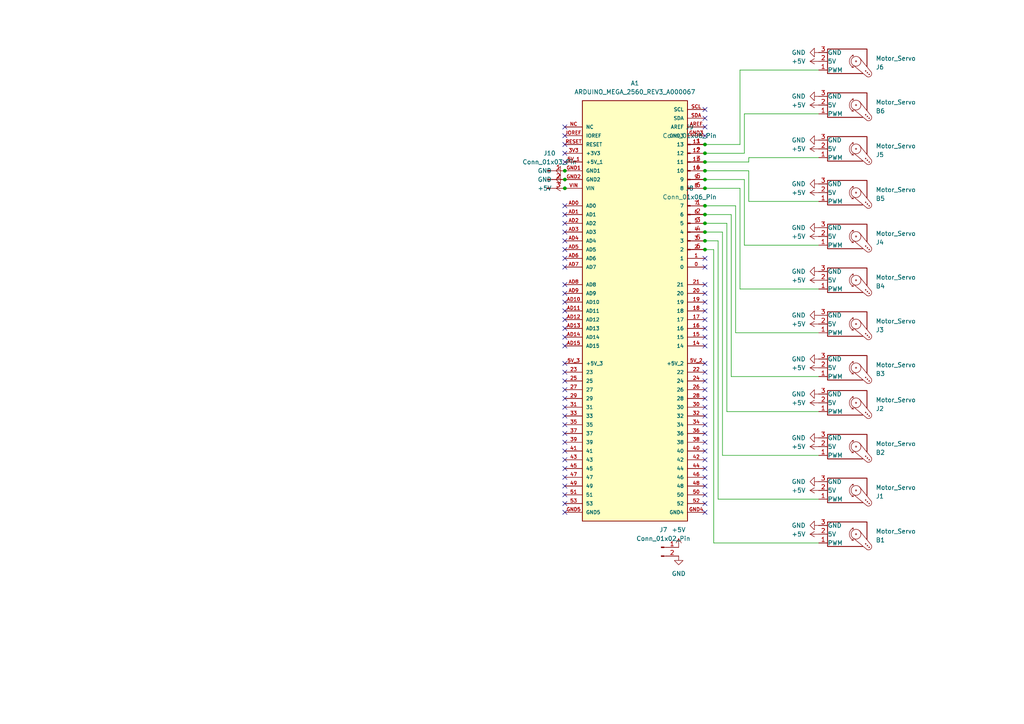
<source format=kicad_sch>
(kicad_sch
	(version 20250114)
	(generator "eeschema")
	(generator_version "9.0")
	(uuid "3e9b64ed-52fb-4041-812f-9165fa20a076")
	(paper "A4")
	(lib_symbols
		(symbol "ARDUINO_MEGA_2560_REV3_A000067:ARDUINO_MEGA_2560_REV3_A000067"
			(pin_names
				(offset 1.016)
			)
			(exclude_from_sim no)
			(in_bom yes)
			(on_board yes)
			(property "Reference" "A"
				(at -15.24 61.595 0)
				(effects
					(font
						(size 1.27 1.27)
					)
					(justify left bottom)
				)
			)
			(property "Value" "ARDUINO_MEGA_2560_REV3_A000067"
				(at -15.24 -63.5 0)
				(effects
					(font
						(size 1.27 1.27)
					)
					(justify left bottom)
				)
			)
			(property "Footprint" "ARDUINO_MEGA_2560_REV3_A000067:ARDUINO_ARDUINO_MEGA_2560_REV3_A000067"
				(at 0 0 0)
				(effects
					(font
						(size 1.27 1.27)
					)
					(justify bottom)
					(hide yes)
				)
			)
			(property "Datasheet" ""
				(at 0 0 0)
				(effects
					(font
						(size 1.27 1.27)
					)
					(hide yes)
				)
			)
			(property "Description" ""
				(at 0 0 0)
				(effects
					(font
						(size 1.27 1.27)
					)
					(hide yes)
				)
			)
			(property "MF" "Arduino"
				(at 0 0 0)
				(effects
					(font
						(size 1.27 1.27)
					)
					(justify bottom)
					(hide yes)
				)
			)
			(property "Description_1" "ATmega2560 Arduino Mega2560 AVR® ATmega AVR MCU 8-Bit Embedded Evaluation Board"
				(at 0 0 0)
				(effects
					(font
						(size 1.27 1.27)
					)
					(justify bottom)
					(hide yes)
				)
			)
			(property "Package" "Non-Standard Arduino"
				(at 0 0 0)
				(effects
					(font
						(size 1.27 1.27)
					)
					(justify bottom)
					(hide yes)
				)
			)
			(property "Price" "None"
				(at 0 0 0)
				(effects
					(font
						(size 1.27 1.27)
					)
					(justify bottom)
					(hide yes)
				)
			)
			(property "Check_prices" "https://www.snapeda.com/parts/ARDUINO%20MEGA%202560%20REV3%20%7C%20A000067/Arduino/view-part/?ref=eda"
				(at 0 0 0)
				(effects
					(font
						(size 1.27 1.27)
					)
					(justify bottom)
					(hide yes)
				)
			)
			(property "STANDARD" "Manufacturer Recommendations"
				(at 0 0 0)
				(effects
					(font
						(size 1.27 1.27)
					)
					(justify bottom)
					(hide yes)
				)
			)
			(property "PARTREV" "3"
				(at 0 0 0)
				(effects
					(font
						(size 1.27 1.27)
					)
					(justify bottom)
					(hide yes)
				)
			)
			(property "SnapEDA_Link" "https://www.snapeda.com/parts/ARDUINO%20MEGA%202560%20REV3%20%7C%20A000067/Arduino/view-part/?ref=snap"
				(at 0 0 0)
				(effects
					(font
						(size 1.27 1.27)
					)
					(justify bottom)
					(hide yes)
				)
			)
			(property "MP" "ARDUINO MEGA 2560 REV3 | A000067"
				(at 0 0 0)
				(effects
					(font
						(size 1.27 1.27)
					)
					(justify bottom)
					(hide yes)
				)
			)
			(property "MANUFACTURER" "Arduino"
				(at 0 0 0)
				(effects
					(font
						(size 1.27 1.27)
					)
					(justify bottom)
					(hide yes)
				)
			)
			(property "Availability" "Not in stock"
				(at 0 0 0)
				(effects
					(font
						(size 1.27 1.27)
					)
					(justify bottom)
					(hide yes)
				)
			)
			(property "SNAPEDA_PN" "ARDUINO MEGA 2560 REV3 | A000067"
				(at 0 0 0)
				(effects
					(font
						(size 1.27 1.27)
					)
					(justify bottom)
					(hide yes)
				)
			)
			(symbol "ARDUINO_MEGA_2560_REV3_A000067_0_0"
				(rectangle
					(start -15.24 -60.96)
					(end 15.24 60.96)
					(stroke
						(width 0.254)
						(type default)
					)
					(fill
						(type background)
					)
				)
				(pin passive line
					(at -20.32 53.34 0)
					(length 5.08)
					(name "NC"
						(effects
							(font
								(size 1.016 1.016)
							)
						)
					)
					(number "NC"
						(effects
							(font
								(size 1.016 1.016)
							)
						)
					)
				)
				(pin passive line
					(at -20.32 50.8 0)
					(length 5.08)
					(name "IOREF"
						(effects
							(font
								(size 1.016 1.016)
							)
						)
					)
					(number "IOREF"
						(effects
							(font
								(size 1.016 1.016)
							)
						)
					)
				)
				(pin passive line
					(at -20.32 48.26 0)
					(length 5.08)
					(name "RESET"
						(effects
							(font
								(size 1.016 1.016)
							)
						)
					)
					(number "RESET"
						(effects
							(font
								(size 1.016 1.016)
							)
						)
					)
				)
				(pin passive line
					(at -20.32 45.72 0)
					(length 5.08)
					(name "+3V3"
						(effects
							(font
								(size 1.016 1.016)
							)
						)
					)
					(number "3V3"
						(effects
							(font
								(size 1.016 1.016)
							)
						)
					)
				)
				(pin passive line
					(at -20.32 43.18 0)
					(length 5.08)
					(name "+5V_1"
						(effects
							(font
								(size 1.016 1.016)
							)
						)
					)
					(number "5V_1"
						(effects
							(font
								(size 1.016 1.016)
							)
						)
					)
				)
				(pin passive line
					(at -20.32 40.64 0)
					(length 5.08)
					(name "GND1"
						(effects
							(font
								(size 1.016 1.016)
							)
						)
					)
					(number "GND1"
						(effects
							(font
								(size 1.016 1.016)
							)
						)
					)
				)
				(pin passive line
					(at -20.32 38.1 0)
					(length 5.08)
					(name "GND2"
						(effects
							(font
								(size 1.016 1.016)
							)
						)
					)
					(number "GND2"
						(effects
							(font
								(size 1.016 1.016)
							)
						)
					)
				)
				(pin passive line
					(at -20.32 35.56 0)
					(length 5.08)
					(name "VIN"
						(effects
							(font
								(size 1.016 1.016)
							)
						)
					)
					(number "VIN"
						(effects
							(font
								(size 1.016 1.016)
							)
						)
					)
				)
				(pin passive line
					(at -20.32 30.48 0)
					(length 5.08)
					(name "AD0"
						(effects
							(font
								(size 1.016 1.016)
							)
						)
					)
					(number "AD0"
						(effects
							(font
								(size 1.016 1.016)
							)
						)
					)
				)
				(pin passive line
					(at -20.32 27.94 0)
					(length 5.08)
					(name "AD1"
						(effects
							(font
								(size 1.016 1.016)
							)
						)
					)
					(number "AD1"
						(effects
							(font
								(size 1.016 1.016)
							)
						)
					)
				)
				(pin passive line
					(at -20.32 25.4 0)
					(length 5.08)
					(name "AD2"
						(effects
							(font
								(size 1.016 1.016)
							)
						)
					)
					(number "AD2"
						(effects
							(font
								(size 1.016 1.016)
							)
						)
					)
				)
				(pin passive line
					(at -20.32 22.86 0)
					(length 5.08)
					(name "AD3"
						(effects
							(font
								(size 1.016 1.016)
							)
						)
					)
					(number "AD3"
						(effects
							(font
								(size 1.016 1.016)
							)
						)
					)
				)
				(pin passive line
					(at -20.32 20.32 0)
					(length 5.08)
					(name "AD4"
						(effects
							(font
								(size 1.016 1.016)
							)
						)
					)
					(number "AD4"
						(effects
							(font
								(size 1.016 1.016)
							)
						)
					)
				)
				(pin passive line
					(at -20.32 17.78 0)
					(length 5.08)
					(name "AD5"
						(effects
							(font
								(size 1.016 1.016)
							)
						)
					)
					(number "AD5"
						(effects
							(font
								(size 1.016 1.016)
							)
						)
					)
				)
				(pin passive line
					(at -20.32 15.24 0)
					(length 5.08)
					(name "AD6"
						(effects
							(font
								(size 1.016 1.016)
							)
						)
					)
					(number "AD6"
						(effects
							(font
								(size 1.016 1.016)
							)
						)
					)
				)
				(pin passive line
					(at -20.32 12.7 0)
					(length 5.08)
					(name "AD7"
						(effects
							(font
								(size 1.016 1.016)
							)
						)
					)
					(number "AD7"
						(effects
							(font
								(size 1.016 1.016)
							)
						)
					)
				)
				(pin passive line
					(at -20.32 7.62 0)
					(length 5.08)
					(name "AD8"
						(effects
							(font
								(size 1.016 1.016)
							)
						)
					)
					(number "AD8"
						(effects
							(font
								(size 1.016 1.016)
							)
						)
					)
				)
				(pin passive line
					(at -20.32 5.08 0)
					(length 5.08)
					(name "AD9"
						(effects
							(font
								(size 1.016 1.016)
							)
						)
					)
					(number "AD9"
						(effects
							(font
								(size 1.016 1.016)
							)
						)
					)
				)
				(pin passive line
					(at -20.32 2.54 0)
					(length 5.08)
					(name "AD10"
						(effects
							(font
								(size 1.016 1.016)
							)
						)
					)
					(number "AD10"
						(effects
							(font
								(size 1.016 1.016)
							)
						)
					)
				)
				(pin passive line
					(at -20.32 0 0)
					(length 5.08)
					(name "AD11"
						(effects
							(font
								(size 1.016 1.016)
							)
						)
					)
					(number "AD11"
						(effects
							(font
								(size 1.016 1.016)
							)
						)
					)
				)
				(pin passive line
					(at -20.32 -2.54 0)
					(length 5.08)
					(name "AD12"
						(effects
							(font
								(size 1.016 1.016)
							)
						)
					)
					(number "AD12"
						(effects
							(font
								(size 1.016 1.016)
							)
						)
					)
				)
				(pin passive line
					(at -20.32 -5.08 0)
					(length 5.08)
					(name "AD13"
						(effects
							(font
								(size 1.016 1.016)
							)
						)
					)
					(number "AD13"
						(effects
							(font
								(size 1.016 1.016)
							)
						)
					)
				)
				(pin passive line
					(at -20.32 -7.62 0)
					(length 5.08)
					(name "AD14"
						(effects
							(font
								(size 1.016 1.016)
							)
						)
					)
					(number "AD14"
						(effects
							(font
								(size 1.016 1.016)
							)
						)
					)
				)
				(pin passive line
					(at -20.32 -10.16 0)
					(length 5.08)
					(name "AD15"
						(effects
							(font
								(size 1.016 1.016)
							)
						)
					)
					(number "AD15"
						(effects
							(font
								(size 1.016 1.016)
							)
						)
					)
				)
				(pin passive line
					(at -20.32 -15.24 0)
					(length 5.08)
					(name "+5V_3"
						(effects
							(font
								(size 1.016 1.016)
							)
						)
					)
					(number "5V_3"
						(effects
							(font
								(size 1.016 1.016)
							)
						)
					)
				)
				(pin passive line
					(at -20.32 -17.78 0)
					(length 5.08)
					(name "23"
						(effects
							(font
								(size 1.016 1.016)
							)
						)
					)
					(number "23"
						(effects
							(font
								(size 1.016 1.016)
							)
						)
					)
				)
				(pin passive line
					(at -20.32 -20.32 0)
					(length 5.08)
					(name "25"
						(effects
							(font
								(size 1.016 1.016)
							)
						)
					)
					(number "25"
						(effects
							(font
								(size 1.016 1.016)
							)
						)
					)
				)
				(pin passive line
					(at -20.32 -22.86 0)
					(length 5.08)
					(name "27"
						(effects
							(font
								(size 1.016 1.016)
							)
						)
					)
					(number "27"
						(effects
							(font
								(size 1.016 1.016)
							)
						)
					)
				)
				(pin passive line
					(at -20.32 -25.4 0)
					(length 5.08)
					(name "29"
						(effects
							(font
								(size 1.016 1.016)
							)
						)
					)
					(number "29"
						(effects
							(font
								(size 1.016 1.016)
							)
						)
					)
				)
				(pin passive line
					(at -20.32 -27.94 0)
					(length 5.08)
					(name "31"
						(effects
							(font
								(size 1.016 1.016)
							)
						)
					)
					(number "31"
						(effects
							(font
								(size 1.016 1.016)
							)
						)
					)
				)
				(pin passive line
					(at -20.32 -30.48 0)
					(length 5.08)
					(name "33"
						(effects
							(font
								(size 1.016 1.016)
							)
						)
					)
					(number "33"
						(effects
							(font
								(size 1.016 1.016)
							)
						)
					)
				)
				(pin passive line
					(at -20.32 -33.02 0)
					(length 5.08)
					(name "35"
						(effects
							(font
								(size 1.016 1.016)
							)
						)
					)
					(number "35"
						(effects
							(font
								(size 1.016 1.016)
							)
						)
					)
				)
				(pin passive line
					(at -20.32 -35.56 0)
					(length 5.08)
					(name "37"
						(effects
							(font
								(size 1.016 1.016)
							)
						)
					)
					(number "37"
						(effects
							(font
								(size 1.016 1.016)
							)
						)
					)
				)
				(pin passive line
					(at -20.32 -38.1 0)
					(length 5.08)
					(name "39"
						(effects
							(font
								(size 1.016 1.016)
							)
						)
					)
					(number "39"
						(effects
							(font
								(size 1.016 1.016)
							)
						)
					)
				)
				(pin passive line
					(at -20.32 -40.64 0)
					(length 5.08)
					(name "41"
						(effects
							(font
								(size 1.016 1.016)
							)
						)
					)
					(number "41"
						(effects
							(font
								(size 1.016 1.016)
							)
						)
					)
				)
				(pin passive line
					(at -20.32 -43.18 0)
					(length 5.08)
					(name "43"
						(effects
							(font
								(size 1.016 1.016)
							)
						)
					)
					(number "43"
						(effects
							(font
								(size 1.016 1.016)
							)
						)
					)
				)
				(pin passive line
					(at -20.32 -45.72 0)
					(length 5.08)
					(name "45"
						(effects
							(font
								(size 1.016 1.016)
							)
						)
					)
					(number "45"
						(effects
							(font
								(size 1.016 1.016)
							)
						)
					)
				)
				(pin passive line
					(at -20.32 -48.26 0)
					(length 5.08)
					(name "47"
						(effects
							(font
								(size 1.016 1.016)
							)
						)
					)
					(number "47"
						(effects
							(font
								(size 1.016 1.016)
							)
						)
					)
				)
				(pin passive line
					(at -20.32 -50.8 0)
					(length 5.08)
					(name "49"
						(effects
							(font
								(size 1.016 1.016)
							)
						)
					)
					(number "49"
						(effects
							(font
								(size 1.016 1.016)
							)
						)
					)
				)
				(pin passive line
					(at -20.32 -53.34 0)
					(length 5.08)
					(name "51"
						(effects
							(font
								(size 1.016 1.016)
							)
						)
					)
					(number "51"
						(effects
							(font
								(size 1.016 1.016)
							)
						)
					)
				)
				(pin passive line
					(at -20.32 -55.88 0)
					(length 5.08)
					(name "53"
						(effects
							(font
								(size 1.016 1.016)
							)
						)
					)
					(number "53"
						(effects
							(font
								(size 1.016 1.016)
							)
						)
					)
				)
				(pin passive line
					(at -20.32 -58.42 0)
					(length 5.08)
					(name "GND5"
						(effects
							(font
								(size 1.016 1.016)
							)
						)
					)
					(number "GND5"
						(effects
							(font
								(size 1.016 1.016)
							)
						)
					)
				)
				(pin passive line
					(at 20.32 58.42 180)
					(length 5.08)
					(name "SCL"
						(effects
							(font
								(size 1.016 1.016)
							)
						)
					)
					(number "SCL"
						(effects
							(font
								(size 1.016 1.016)
							)
						)
					)
				)
				(pin passive line
					(at 20.32 55.88 180)
					(length 5.08)
					(name "SDA"
						(effects
							(font
								(size 1.016 1.016)
							)
						)
					)
					(number "SDA"
						(effects
							(font
								(size 1.016 1.016)
							)
						)
					)
				)
				(pin passive line
					(at 20.32 53.34 180)
					(length 5.08)
					(name "AREF"
						(effects
							(font
								(size 1.016 1.016)
							)
						)
					)
					(number "AREF"
						(effects
							(font
								(size 1.016 1.016)
							)
						)
					)
				)
				(pin passive line
					(at 20.32 50.8 180)
					(length 5.08)
					(name "GND3"
						(effects
							(font
								(size 1.016 1.016)
							)
						)
					)
					(number "GND3"
						(effects
							(font
								(size 1.016 1.016)
							)
						)
					)
				)
				(pin passive line
					(at 20.32 48.26 180)
					(length 5.08)
					(name "13"
						(effects
							(font
								(size 1.016 1.016)
							)
						)
					)
					(number "13"
						(effects
							(font
								(size 1.016 1.016)
							)
						)
					)
				)
				(pin passive line
					(at 20.32 45.72 180)
					(length 5.08)
					(name "12"
						(effects
							(font
								(size 1.016 1.016)
							)
						)
					)
					(number "12"
						(effects
							(font
								(size 1.016 1.016)
							)
						)
					)
				)
				(pin passive line
					(at 20.32 43.18 180)
					(length 5.08)
					(name "11"
						(effects
							(font
								(size 1.016 1.016)
							)
						)
					)
					(number "11"
						(effects
							(font
								(size 1.016 1.016)
							)
						)
					)
				)
				(pin passive line
					(at 20.32 40.64 180)
					(length 5.08)
					(name "10"
						(effects
							(font
								(size 1.016 1.016)
							)
						)
					)
					(number "10"
						(effects
							(font
								(size 1.016 1.016)
							)
						)
					)
				)
				(pin passive line
					(at 20.32 38.1 180)
					(length 5.08)
					(name "9"
						(effects
							(font
								(size 1.016 1.016)
							)
						)
					)
					(number "9"
						(effects
							(font
								(size 1.016 1.016)
							)
						)
					)
				)
				(pin passive line
					(at 20.32 35.56 180)
					(length 5.08)
					(name "8"
						(effects
							(font
								(size 1.016 1.016)
							)
						)
					)
					(number "8"
						(effects
							(font
								(size 1.016 1.016)
							)
						)
					)
				)
				(pin passive line
					(at 20.32 30.48 180)
					(length 5.08)
					(name "7"
						(effects
							(font
								(size 1.016 1.016)
							)
						)
					)
					(number "7"
						(effects
							(font
								(size 1.016 1.016)
							)
						)
					)
				)
				(pin passive line
					(at 20.32 27.94 180)
					(length 5.08)
					(name "6"
						(effects
							(font
								(size 1.016 1.016)
							)
						)
					)
					(number "6"
						(effects
							(font
								(size 1.016 1.016)
							)
						)
					)
				)
				(pin passive line
					(at 20.32 25.4 180)
					(length 5.08)
					(name "5"
						(effects
							(font
								(size 1.016 1.016)
							)
						)
					)
					(number "5"
						(effects
							(font
								(size 1.016 1.016)
							)
						)
					)
				)
				(pin passive line
					(at 20.32 22.86 180)
					(length 5.08)
					(name "4"
						(effects
							(font
								(size 1.016 1.016)
							)
						)
					)
					(number "4"
						(effects
							(font
								(size 1.016 1.016)
							)
						)
					)
				)
				(pin passive line
					(at 20.32 20.32 180)
					(length 5.08)
					(name "3"
						(effects
							(font
								(size 1.016 1.016)
							)
						)
					)
					(number "3"
						(effects
							(font
								(size 1.016 1.016)
							)
						)
					)
				)
				(pin passive line
					(at 20.32 17.78 180)
					(length 5.08)
					(name "2"
						(effects
							(font
								(size 1.016 1.016)
							)
						)
					)
					(number "2"
						(effects
							(font
								(size 1.016 1.016)
							)
						)
					)
				)
				(pin passive line
					(at 20.32 15.24 180)
					(length 5.08)
					(name "1"
						(effects
							(font
								(size 1.016 1.016)
							)
						)
					)
					(number "1"
						(effects
							(font
								(size 1.016 1.016)
							)
						)
					)
				)
				(pin passive line
					(at 20.32 12.7 180)
					(length 5.08)
					(name "0"
						(effects
							(font
								(size 1.016 1.016)
							)
						)
					)
					(number "0"
						(effects
							(font
								(size 1.016 1.016)
							)
						)
					)
				)
				(pin passive line
					(at 20.32 7.62 180)
					(length 5.08)
					(name "21"
						(effects
							(font
								(size 1.016 1.016)
							)
						)
					)
					(number "21"
						(effects
							(font
								(size 1.016 1.016)
							)
						)
					)
				)
				(pin passive line
					(at 20.32 5.08 180)
					(length 5.08)
					(name "20"
						(effects
							(font
								(size 1.016 1.016)
							)
						)
					)
					(number "20"
						(effects
							(font
								(size 1.016 1.016)
							)
						)
					)
				)
				(pin passive line
					(at 20.32 2.54 180)
					(length 5.08)
					(name "19"
						(effects
							(font
								(size 1.016 1.016)
							)
						)
					)
					(number "19"
						(effects
							(font
								(size 1.016 1.016)
							)
						)
					)
				)
				(pin passive line
					(at 20.32 0 180)
					(length 5.08)
					(name "18"
						(effects
							(font
								(size 1.016 1.016)
							)
						)
					)
					(number "18"
						(effects
							(font
								(size 1.016 1.016)
							)
						)
					)
				)
				(pin passive line
					(at 20.32 -2.54 180)
					(length 5.08)
					(name "17"
						(effects
							(font
								(size 1.016 1.016)
							)
						)
					)
					(number "17"
						(effects
							(font
								(size 1.016 1.016)
							)
						)
					)
				)
				(pin passive line
					(at 20.32 -5.08 180)
					(length 5.08)
					(name "16"
						(effects
							(font
								(size 1.016 1.016)
							)
						)
					)
					(number "16"
						(effects
							(font
								(size 1.016 1.016)
							)
						)
					)
				)
				(pin passive line
					(at 20.32 -7.62 180)
					(length 5.08)
					(name "15"
						(effects
							(font
								(size 1.016 1.016)
							)
						)
					)
					(number "15"
						(effects
							(font
								(size 1.016 1.016)
							)
						)
					)
				)
				(pin passive line
					(at 20.32 -10.16 180)
					(length 5.08)
					(name "14"
						(effects
							(font
								(size 1.016 1.016)
							)
						)
					)
					(number "14"
						(effects
							(font
								(size 1.016 1.016)
							)
						)
					)
				)
				(pin passive line
					(at 20.32 -15.24 180)
					(length 5.08)
					(name "+5V_2"
						(effects
							(font
								(size 1.016 1.016)
							)
						)
					)
					(number "5V_2"
						(effects
							(font
								(size 1.016 1.016)
							)
						)
					)
				)
				(pin passive line
					(at 20.32 -17.78 180)
					(length 5.08)
					(name "22"
						(effects
							(font
								(size 1.016 1.016)
							)
						)
					)
					(number "22"
						(effects
							(font
								(size 1.016 1.016)
							)
						)
					)
				)
				(pin passive line
					(at 20.32 -20.32 180)
					(length 5.08)
					(name "24"
						(effects
							(font
								(size 1.016 1.016)
							)
						)
					)
					(number "24"
						(effects
							(font
								(size 1.016 1.016)
							)
						)
					)
				)
				(pin passive line
					(at 20.32 -22.86 180)
					(length 5.08)
					(name "26"
						(effects
							(font
								(size 1.016 1.016)
							)
						)
					)
					(number "26"
						(effects
							(font
								(size 1.016 1.016)
							)
						)
					)
				)
				(pin passive line
					(at 20.32 -25.4 180)
					(length 5.08)
					(name "28"
						(effects
							(font
								(size 1.016 1.016)
							)
						)
					)
					(number "28"
						(effects
							(font
								(size 1.016 1.016)
							)
						)
					)
				)
				(pin passive line
					(at 20.32 -27.94 180)
					(length 5.08)
					(name "30"
						(effects
							(font
								(size 1.016 1.016)
							)
						)
					)
					(number "30"
						(effects
							(font
								(size 1.016 1.016)
							)
						)
					)
				)
				(pin passive line
					(at 20.32 -30.48 180)
					(length 5.08)
					(name "32"
						(effects
							(font
								(size 1.016 1.016)
							)
						)
					)
					(number "32"
						(effects
							(font
								(size 1.016 1.016)
							)
						)
					)
				)
				(pin passive line
					(at 20.32 -33.02 180)
					(length 5.08)
					(name "34"
						(effects
							(font
								(size 1.016 1.016)
							)
						)
					)
					(number "34"
						(effects
							(font
								(size 1.016 1.016)
							)
						)
					)
				)
				(pin passive line
					(at 20.32 -35.56 180)
					(length 5.08)
					(name "36"
						(effects
							(font
								(size 1.016 1.016)
							)
						)
					)
					(number "36"
						(effects
							(font
								(size 1.016 1.016)
							)
						)
					)
				)
				(pin passive line
					(at 20.32 -38.1 180)
					(length 5.08)
					(name "38"
						(effects
							(font
								(size 1.016 1.016)
							)
						)
					)
					(number "38"
						(effects
							(font
								(size 1.016 1.016)
							)
						)
					)
				)
				(pin passive line
					(at 20.32 -40.64 180)
					(length 5.08)
					(name "40"
						(effects
							(font
								(size 1.016 1.016)
							)
						)
					)
					(number "40"
						(effects
							(font
								(size 1.016 1.016)
							)
						)
					)
				)
				(pin passive line
					(at 20.32 -43.18 180)
					(length 5.08)
					(name "42"
						(effects
							(font
								(size 1.016 1.016)
							)
						)
					)
					(number "42"
						(effects
							(font
								(size 1.016 1.016)
							)
						)
					)
				)
				(pin passive line
					(at 20.32 -45.72 180)
					(length 5.08)
					(name "44"
						(effects
							(font
								(size 1.016 1.016)
							)
						)
					)
					(number "44"
						(effects
							(font
								(size 1.016 1.016)
							)
						)
					)
				)
				(pin passive line
					(at 20.32 -48.26 180)
					(length 5.08)
					(name "46"
						(effects
							(font
								(size 1.016 1.016)
							)
						)
					)
					(number "46"
						(effects
							(font
								(size 1.016 1.016)
							)
						)
					)
				)
				(pin passive line
					(at 20.32 -50.8 180)
					(length 5.08)
					(name "48"
						(effects
							(font
								(size 1.016 1.016)
							)
						)
					)
					(number "48"
						(effects
							(font
								(size 1.016 1.016)
							)
						)
					)
				)
				(pin passive line
					(at 20.32 -53.34 180)
					(length 5.08)
					(name "50"
						(effects
							(font
								(size 1.016 1.016)
							)
						)
					)
					(number "50"
						(effects
							(font
								(size 1.016 1.016)
							)
						)
					)
				)
				(pin passive line
					(at 20.32 -55.88 180)
					(length 5.08)
					(name "52"
						(effects
							(font
								(size 1.016 1.016)
							)
						)
					)
					(number "52"
						(effects
							(font
								(size 1.016 1.016)
							)
						)
					)
				)
				(pin passive line
					(at 20.32 -58.42 180)
					(length 5.08)
					(name "GND4"
						(effects
							(font
								(size 1.016 1.016)
							)
						)
					)
					(number "GND4"
						(effects
							(font
								(size 1.016 1.016)
							)
						)
					)
				)
			)
			(embedded_fonts no)
		)
		(symbol "Connector:Conn_01x02_Pin"
			(pin_names
				(offset 1.016)
				(hide yes)
			)
			(exclude_from_sim no)
			(in_bom yes)
			(on_board yes)
			(property "Reference" "J"
				(at 0 2.54 0)
				(effects
					(font
						(size 1.27 1.27)
					)
				)
			)
			(property "Value" "Conn_01x02_Pin"
				(at 0 -5.08 0)
				(effects
					(font
						(size 1.27 1.27)
					)
				)
			)
			(property "Footprint" ""
				(at 0 0 0)
				(effects
					(font
						(size 1.27 1.27)
					)
					(hide yes)
				)
			)
			(property "Datasheet" "~"
				(at 0 0 0)
				(effects
					(font
						(size 1.27 1.27)
					)
					(hide yes)
				)
			)
			(property "Description" "Generic connector, single row, 01x02, script generated"
				(at 0 0 0)
				(effects
					(font
						(size 1.27 1.27)
					)
					(hide yes)
				)
			)
			(property "ki_locked" ""
				(at 0 0 0)
				(effects
					(font
						(size 1.27 1.27)
					)
				)
			)
			(property "ki_keywords" "connector"
				(at 0 0 0)
				(effects
					(font
						(size 1.27 1.27)
					)
					(hide yes)
				)
			)
			(property "ki_fp_filters" "Connector*:*_1x??_*"
				(at 0 0 0)
				(effects
					(font
						(size 1.27 1.27)
					)
					(hide yes)
				)
			)
			(symbol "Conn_01x02_Pin_1_1"
				(rectangle
					(start 0.8636 0.127)
					(end 0 -0.127)
					(stroke
						(width 0.1524)
						(type default)
					)
					(fill
						(type outline)
					)
				)
				(rectangle
					(start 0.8636 -2.413)
					(end 0 -2.667)
					(stroke
						(width 0.1524)
						(type default)
					)
					(fill
						(type outline)
					)
				)
				(polyline
					(pts
						(xy 1.27 0) (xy 0.8636 0)
					)
					(stroke
						(width 0.1524)
						(type default)
					)
					(fill
						(type none)
					)
				)
				(polyline
					(pts
						(xy 1.27 -2.54) (xy 0.8636 -2.54)
					)
					(stroke
						(width 0.1524)
						(type default)
					)
					(fill
						(type none)
					)
				)
				(pin passive line
					(at 5.08 0 180)
					(length 3.81)
					(name "Pin_1"
						(effects
							(font
								(size 1.27 1.27)
							)
						)
					)
					(number "1"
						(effects
							(font
								(size 1.27 1.27)
							)
						)
					)
				)
				(pin passive line
					(at 5.08 -2.54 180)
					(length 3.81)
					(name "Pin_2"
						(effects
							(font
								(size 1.27 1.27)
							)
						)
					)
					(number "2"
						(effects
							(font
								(size 1.27 1.27)
							)
						)
					)
				)
			)
			(embedded_fonts no)
		)
		(symbol "Connector:Conn_01x03_Pin"
			(pin_names
				(offset 1.016)
				(hide yes)
			)
			(exclude_from_sim no)
			(in_bom yes)
			(on_board yes)
			(property "Reference" "J"
				(at 0 5.08 0)
				(effects
					(font
						(size 1.27 1.27)
					)
				)
			)
			(property "Value" "Conn_01x03_Pin"
				(at 0 -5.08 0)
				(effects
					(font
						(size 1.27 1.27)
					)
				)
			)
			(property "Footprint" ""
				(at 0 0 0)
				(effects
					(font
						(size 1.27 1.27)
					)
					(hide yes)
				)
			)
			(property "Datasheet" "~"
				(at 0 0 0)
				(effects
					(font
						(size 1.27 1.27)
					)
					(hide yes)
				)
			)
			(property "Description" "Generic connector, single row, 01x03, script generated"
				(at 0 0 0)
				(effects
					(font
						(size 1.27 1.27)
					)
					(hide yes)
				)
			)
			(property "ki_locked" ""
				(at 0 0 0)
				(effects
					(font
						(size 1.27 1.27)
					)
				)
			)
			(property "ki_keywords" "connector"
				(at 0 0 0)
				(effects
					(font
						(size 1.27 1.27)
					)
					(hide yes)
				)
			)
			(property "ki_fp_filters" "Connector*:*_1x??_*"
				(at 0 0 0)
				(effects
					(font
						(size 1.27 1.27)
					)
					(hide yes)
				)
			)
			(symbol "Conn_01x03_Pin_1_1"
				(rectangle
					(start 0.8636 2.667)
					(end 0 2.413)
					(stroke
						(width 0.1524)
						(type default)
					)
					(fill
						(type outline)
					)
				)
				(rectangle
					(start 0.8636 0.127)
					(end 0 -0.127)
					(stroke
						(width 0.1524)
						(type default)
					)
					(fill
						(type outline)
					)
				)
				(rectangle
					(start 0.8636 -2.413)
					(end 0 -2.667)
					(stroke
						(width 0.1524)
						(type default)
					)
					(fill
						(type outline)
					)
				)
				(polyline
					(pts
						(xy 1.27 2.54) (xy 0.8636 2.54)
					)
					(stroke
						(width 0.1524)
						(type default)
					)
					(fill
						(type none)
					)
				)
				(polyline
					(pts
						(xy 1.27 0) (xy 0.8636 0)
					)
					(stroke
						(width 0.1524)
						(type default)
					)
					(fill
						(type none)
					)
				)
				(polyline
					(pts
						(xy 1.27 -2.54) (xy 0.8636 -2.54)
					)
					(stroke
						(width 0.1524)
						(type default)
					)
					(fill
						(type none)
					)
				)
				(pin passive line
					(at 5.08 2.54 180)
					(length 3.81)
					(name "Pin_1"
						(effects
							(font
								(size 1.27 1.27)
							)
						)
					)
					(number "1"
						(effects
							(font
								(size 1.27 1.27)
							)
						)
					)
				)
				(pin passive line
					(at 5.08 0 180)
					(length 3.81)
					(name "Pin_2"
						(effects
							(font
								(size 1.27 1.27)
							)
						)
					)
					(number "2"
						(effects
							(font
								(size 1.27 1.27)
							)
						)
					)
				)
				(pin passive line
					(at 5.08 -2.54 180)
					(length 3.81)
					(name "Pin_3"
						(effects
							(font
								(size 1.27 1.27)
							)
						)
					)
					(number "3"
						(effects
							(font
								(size 1.27 1.27)
							)
						)
					)
				)
			)
			(embedded_fonts no)
		)
		(symbol "Connector:Conn_01x06_Pin"
			(pin_names
				(offset 1.016)
				(hide yes)
			)
			(exclude_from_sim no)
			(in_bom yes)
			(on_board yes)
			(property "Reference" "J"
				(at 0 7.62 0)
				(effects
					(font
						(size 1.27 1.27)
					)
				)
			)
			(property "Value" "Conn_01x06_Pin"
				(at 0 -10.16 0)
				(effects
					(font
						(size 1.27 1.27)
					)
				)
			)
			(property "Footprint" ""
				(at 0 0 0)
				(effects
					(font
						(size 1.27 1.27)
					)
					(hide yes)
				)
			)
			(property "Datasheet" "~"
				(at 0 0 0)
				(effects
					(font
						(size 1.27 1.27)
					)
					(hide yes)
				)
			)
			(property "Description" "Generic connector, single row, 01x06, script generated"
				(at 0 0 0)
				(effects
					(font
						(size 1.27 1.27)
					)
					(hide yes)
				)
			)
			(property "ki_locked" ""
				(at 0 0 0)
				(effects
					(font
						(size 1.27 1.27)
					)
				)
			)
			(property "ki_keywords" "connector"
				(at 0 0 0)
				(effects
					(font
						(size 1.27 1.27)
					)
					(hide yes)
				)
			)
			(property "ki_fp_filters" "Connector*:*_1x??_*"
				(at 0 0 0)
				(effects
					(font
						(size 1.27 1.27)
					)
					(hide yes)
				)
			)
			(symbol "Conn_01x06_Pin_1_1"
				(rectangle
					(start 0.8636 5.207)
					(end 0 4.953)
					(stroke
						(width 0.1524)
						(type default)
					)
					(fill
						(type outline)
					)
				)
				(rectangle
					(start 0.8636 2.667)
					(end 0 2.413)
					(stroke
						(width 0.1524)
						(type default)
					)
					(fill
						(type outline)
					)
				)
				(rectangle
					(start 0.8636 0.127)
					(end 0 -0.127)
					(stroke
						(width 0.1524)
						(type default)
					)
					(fill
						(type outline)
					)
				)
				(rectangle
					(start 0.8636 -2.413)
					(end 0 -2.667)
					(stroke
						(width 0.1524)
						(type default)
					)
					(fill
						(type outline)
					)
				)
				(rectangle
					(start 0.8636 -4.953)
					(end 0 -5.207)
					(stroke
						(width 0.1524)
						(type default)
					)
					(fill
						(type outline)
					)
				)
				(rectangle
					(start 0.8636 -7.493)
					(end 0 -7.747)
					(stroke
						(width 0.1524)
						(type default)
					)
					(fill
						(type outline)
					)
				)
				(polyline
					(pts
						(xy 1.27 5.08) (xy 0.8636 5.08)
					)
					(stroke
						(width 0.1524)
						(type default)
					)
					(fill
						(type none)
					)
				)
				(polyline
					(pts
						(xy 1.27 2.54) (xy 0.8636 2.54)
					)
					(stroke
						(width 0.1524)
						(type default)
					)
					(fill
						(type none)
					)
				)
				(polyline
					(pts
						(xy 1.27 0) (xy 0.8636 0)
					)
					(stroke
						(width 0.1524)
						(type default)
					)
					(fill
						(type none)
					)
				)
				(polyline
					(pts
						(xy 1.27 -2.54) (xy 0.8636 -2.54)
					)
					(stroke
						(width 0.1524)
						(type default)
					)
					(fill
						(type none)
					)
				)
				(polyline
					(pts
						(xy 1.27 -5.08) (xy 0.8636 -5.08)
					)
					(stroke
						(width 0.1524)
						(type default)
					)
					(fill
						(type none)
					)
				)
				(polyline
					(pts
						(xy 1.27 -7.62) (xy 0.8636 -7.62)
					)
					(stroke
						(width 0.1524)
						(type default)
					)
					(fill
						(type none)
					)
				)
				(pin passive line
					(at 5.08 5.08 180)
					(length 3.81)
					(name "Pin_1"
						(effects
							(font
								(size 1.27 1.27)
							)
						)
					)
					(number "1"
						(effects
							(font
								(size 1.27 1.27)
							)
						)
					)
				)
				(pin passive line
					(at 5.08 2.54 180)
					(length 3.81)
					(name "Pin_2"
						(effects
							(font
								(size 1.27 1.27)
							)
						)
					)
					(number "2"
						(effects
							(font
								(size 1.27 1.27)
							)
						)
					)
				)
				(pin passive line
					(at 5.08 0 180)
					(length 3.81)
					(name "Pin_3"
						(effects
							(font
								(size 1.27 1.27)
							)
						)
					)
					(number "3"
						(effects
							(font
								(size 1.27 1.27)
							)
						)
					)
				)
				(pin passive line
					(at 5.08 -2.54 180)
					(length 3.81)
					(name "Pin_4"
						(effects
							(font
								(size 1.27 1.27)
							)
						)
					)
					(number "4"
						(effects
							(font
								(size 1.27 1.27)
							)
						)
					)
				)
				(pin passive line
					(at 5.08 -5.08 180)
					(length 3.81)
					(name "Pin_5"
						(effects
							(font
								(size 1.27 1.27)
							)
						)
					)
					(number "5"
						(effects
							(font
								(size 1.27 1.27)
							)
						)
					)
				)
				(pin passive line
					(at 5.08 -7.62 180)
					(length 3.81)
					(name "Pin_6"
						(effects
							(font
								(size 1.27 1.27)
							)
						)
					)
					(number "6"
						(effects
							(font
								(size 1.27 1.27)
							)
						)
					)
				)
			)
			(embedded_fonts no)
		)
		(symbol "Motor_Servo_1"
			(pin_names
				(offset 0.0254)
			)
			(exclude_from_sim no)
			(in_bom yes)
			(on_board yes)
			(property "Reference" "B1"
				(at 8.89 1.7032 0)
				(effects
					(font
						(size 1.27 1.27)
					)
					(justify left)
				)
			)
			(property "Value" "Motor_Servo"
				(at 8.89 -0.8368 0)
				(effects
					(font
						(size 1.27 1.27)
					)
					(justify left)
				)
			)
			(property "Footprint" "ARDUINO_MEGA_2560_REV3_A000067:Untitled"
				(at 0 -4.826 0)
				(effects
					(font
						(size 1.27 1.27)
					)
					(hide yes)
				)
			)
			(property "Datasheet" "http://forums.parallax.com/uploads/attachments/46831/74481.png"
				(at 0 -4.826 0)
				(effects
					(font
						(size 1.27 1.27)
					)
					(hide yes)
				)
			)
			(property "Description" "Servo Motor (Futaba, HiTec, JR connector)"
				(at 0 0 0)
				(effects
					(font
						(size 1.27 1.27)
					)
					(hide yes)
				)
			)
			(property "ki_keywords" "Servo Motor"
				(at 0 0 0)
				(effects
					(font
						(size 1.27 1.27)
					)
					(hide yes)
				)
			)
			(property "ki_fp_filters" "PinHeader*P2.54mm*"
				(at 0 0 0)
				(effects
					(font
						(size 1.27 1.27)
					)
					(hide yes)
				)
			)
			(symbol "Motor_Servo_1_0_1"
				(polyline
					(pts
						(xy 2.413 1.778) (xy 1.905 1.778)
					)
					(stroke
						(width 0)
						(type default)
					)
					(fill
						(type none)
					)
				)
				(polyline
					(pts
						(xy 2.413 1.778) (xy 2.286 1.397)
					)
					(stroke
						(width 0)
						(type default)
					)
					(fill
						(type none)
					)
				)
				(polyline
					(pts
						(xy 2.413 -1.778) (xy 2.032 -1.778)
					)
					(stroke
						(width 0)
						(type default)
					)
					(fill
						(type none)
					)
				)
				(polyline
					(pts
						(xy 2.413 -1.778) (xy 2.286 -1.397)
					)
					(stroke
						(width 0)
						(type default)
					)
					(fill
						(type none)
					)
				)
				(arc
					(start 2.413 -1.778)
					(mid 1.2406 0)
					(end 2.413 1.778)
					(stroke
						(width 0)
						(type default)
					)
					(fill
						(type none)
					)
				)
				(circle
					(center 3.175 0)
					(radius 0.1778)
					(stroke
						(width 0)
						(type default)
					)
					(fill
						(type none)
					)
				)
				(circle
					(center 3.175 0)
					(radius 1.4224)
					(stroke
						(width 0)
						(type default)
					)
					(fill
						(type none)
					)
				)
				(polyline
					(pts
						(xy 5.08 3.556) (xy -5.08 3.556) (xy -5.08 -3.556) (xy 6.35 -3.556) (xy 6.35 1.524)
					)
					(stroke
						(width 0.254)
						(type default)
					)
					(fill
						(type none)
					)
				)
				(circle
					(center 5.969 2.794)
					(radius 0.127)
					(stroke
						(width 0)
						(type default)
					)
					(fill
						(type none)
					)
				)
				(polyline
					(pts
						(xy 6.35 4.445) (xy 2.54 1.27)
					)
					(stroke
						(width 0)
						(type default)
					)
					(fill
						(type none)
					)
				)
				(circle
					(center 6.477 3.302)
					(radius 0.127)
					(stroke
						(width 0)
						(type default)
					)
					(fill
						(type none)
					)
				)
				(arc
					(start 6.35 4.445)
					(mid 7.4487 4.2737)
					(end 7.62 3.175)
					(stroke
						(width 0)
						(type default)
					)
					(fill
						(type none)
					)
				)
				(circle
					(center 6.985 3.81)
					(radius 0.127)
					(stroke
						(width 0)
						(type default)
					)
					(fill
						(type none)
					)
				)
				(polyline
					(pts
						(xy 7.62 3.175) (xy 4.191 -1.016)
					)
					(stroke
						(width 0)
						(type default)
					)
					(fill
						(type none)
					)
				)
			)
			(symbol "Motor_Servo_1_1_1"
				(pin passive line
					(at -7.62 2.54 0)
					(length 2.54)
					(name "PWM"
						(effects
							(font
								(size 1.27 1.27)
							)
						)
					)
					(number "1"
						(effects
							(font
								(size 1.27 1.27)
							)
						)
					)
				)
				(pin passive line
					(at -7.62 0 0)
					(length 2.54)
					(name "5V"
						(effects
							(font
								(size 1.27 1.27)
							)
						)
					)
					(number "2"
						(effects
							(font
								(size 1.27 1.27)
							)
						)
					)
				)
				(pin passive line
					(at -7.62 -2.54 0)
					(length 2.54)
					(name "GND"
						(effects
							(font
								(size 1.27 1.27)
							)
						)
					)
					(number "3"
						(effects
							(font
								(size 1.27 1.27)
							)
						)
					)
				)
			)
			(embedded_fonts no)
		)
		(symbol "Motor_Servo_2"
			(pin_names
				(offset 0.0254)
			)
			(exclude_from_sim no)
			(in_bom yes)
			(on_board yes)
			(property "Reference" "J1"
				(at 8.89 1.7032 0)
				(effects
					(font
						(size 1.27 1.27)
					)
					(justify left)
				)
			)
			(property "Value" "Motor_Servo"
				(at 8.89 -0.8368 0)
				(effects
					(font
						(size 1.27 1.27)
					)
					(justify left)
				)
			)
			(property "Footprint" "ARDUINO_MEGA_2560_REV3_A000067:Untitled"
				(at 0 -4.826 0)
				(effects
					(font
						(size 1.27 1.27)
					)
					(hide yes)
				)
			)
			(property "Datasheet" "http://forums.parallax.com/uploads/attachments/46831/74481.png"
				(at 0 -4.826 0)
				(effects
					(font
						(size 1.27 1.27)
					)
					(hide yes)
				)
			)
			(property "Description" "Servo Motor (Futaba, HiTec, JR connector)"
				(at 0 0 0)
				(effects
					(font
						(size 1.27 1.27)
					)
					(hide yes)
				)
			)
			(property "ki_keywords" "Servo Motor"
				(at 0 0 0)
				(effects
					(font
						(size 1.27 1.27)
					)
					(hide yes)
				)
			)
			(property "ki_fp_filters" "PinHeader*P2.54mm*"
				(at 0 0 0)
				(effects
					(font
						(size 1.27 1.27)
					)
					(hide yes)
				)
			)
			(symbol "Motor_Servo_2_0_1"
				(polyline
					(pts
						(xy 2.413 1.778) (xy 1.905 1.778)
					)
					(stroke
						(width 0)
						(type default)
					)
					(fill
						(type none)
					)
				)
				(polyline
					(pts
						(xy 2.413 1.778) (xy 2.286 1.397)
					)
					(stroke
						(width 0)
						(type default)
					)
					(fill
						(type none)
					)
				)
				(polyline
					(pts
						(xy 2.413 -1.778) (xy 2.032 -1.778)
					)
					(stroke
						(width 0)
						(type default)
					)
					(fill
						(type none)
					)
				)
				(polyline
					(pts
						(xy 2.413 -1.778) (xy 2.286 -1.397)
					)
					(stroke
						(width 0)
						(type default)
					)
					(fill
						(type none)
					)
				)
				(arc
					(start 2.413 -1.778)
					(mid 1.2406 0)
					(end 2.413 1.778)
					(stroke
						(width 0)
						(type default)
					)
					(fill
						(type none)
					)
				)
				(circle
					(center 3.175 0)
					(radius 0.1778)
					(stroke
						(width 0)
						(type default)
					)
					(fill
						(type none)
					)
				)
				(circle
					(center 3.175 0)
					(radius 1.4224)
					(stroke
						(width 0)
						(type default)
					)
					(fill
						(type none)
					)
				)
				(polyline
					(pts
						(xy 5.08 3.556) (xy -5.08 3.556) (xy -5.08 -3.556) (xy 6.35 -3.556) (xy 6.35 1.524)
					)
					(stroke
						(width 0.254)
						(type default)
					)
					(fill
						(type none)
					)
				)
				(circle
					(center 5.969 2.794)
					(radius 0.127)
					(stroke
						(width 0)
						(type default)
					)
					(fill
						(type none)
					)
				)
				(polyline
					(pts
						(xy 6.35 4.445) (xy 2.54 1.27)
					)
					(stroke
						(width 0)
						(type default)
					)
					(fill
						(type none)
					)
				)
				(circle
					(center 6.477 3.302)
					(radius 0.127)
					(stroke
						(width 0)
						(type default)
					)
					(fill
						(type none)
					)
				)
				(arc
					(start 6.35 4.445)
					(mid 7.4487 4.2737)
					(end 7.62 3.175)
					(stroke
						(width 0)
						(type default)
					)
					(fill
						(type none)
					)
				)
				(circle
					(center 6.985 3.81)
					(radius 0.127)
					(stroke
						(width 0)
						(type default)
					)
					(fill
						(type none)
					)
				)
				(polyline
					(pts
						(xy 7.62 3.175) (xy 4.191 -1.016)
					)
					(stroke
						(width 0)
						(type default)
					)
					(fill
						(type none)
					)
				)
			)
			(symbol "Motor_Servo_2_1_1"
				(pin passive line
					(at -7.62 2.54 0)
					(length 2.54)
					(name "PWM"
						(effects
							(font
								(size 1.27 1.27)
							)
						)
					)
					(number "1"
						(effects
							(font
								(size 1.27 1.27)
							)
						)
					)
				)
				(pin passive line
					(at -7.62 0 0)
					(length 2.54)
					(name "5V"
						(effects
							(font
								(size 1.27 1.27)
							)
						)
					)
					(number "2"
						(effects
							(font
								(size 1.27 1.27)
							)
						)
					)
				)
				(pin passive line
					(at -7.62 -2.54 0)
					(length 2.54)
					(name "GND"
						(effects
							(font
								(size 1.27 1.27)
							)
						)
					)
					(number "3"
						(effects
							(font
								(size 1.27 1.27)
							)
						)
					)
				)
			)
			(embedded_fonts no)
		)
		(symbol "power:+5V"
			(power)
			(pin_numbers
				(hide yes)
			)
			(pin_names
				(offset 0)
				(hide yes)
			)
			(exclude_from_sim no)
			(in_bom yes)
			(on_board yes)
			(property "Reference" "#PWR"
				(at 0 -3.81 0)
				(effects
					(font
						(size 1.27 1.27)
					)
					(hide yes)
				)
			)
			(property "Value" "+5V"
				(at 0 3.556 0)
				(effects
					(font
						(size 1.27 1.27)
					)
				)
			)
			(property "Footprint" ""
				(at 0 0 0)
				(effects
					(font
						(size 1.27 1.27)
					)
					(hide yes)
				)
			)
			(property "Datasheet" ""
				(at 0 0 0)
				(effects
					(font
						(size 1.27 1.27)
					)
					(hide yes)
				)
			)
			(property "Description" "Power symbol creates a global label with name \"+5V\""
				(at 0 0 0)
				(effects
					(font
						(size 1.27 1.27)
					)
					(hide yes)
				)
			)
			(property "ki_keywords" "global power"
				(at 0 0 0)
				(effects
					(font
						(size 1.27 1.27)
					)
					(hide yes)
				)
			)
			(symbol "+5V_0_1"
				(polyline
					(pts
						(xy -0.762 1.27) (xy 0 2.54)
					)
					(stroke
						(width 0)
						(type default)
					)
					(fill
						(type none)
					)
				)
				(polyline
					(pts
						(xy 0 2.54) (xy 0.762 1.27)
					)
					(stroke
						(width 0)
						(type default)
					)
					(fill
						(type none)
					)
				)
				(polyline
					(pts
						(xy 0 0) (xy 0 2.54)
					)
					(stroke
						(width 0)
						(type default)
					)
					(fill
						(type none)
					)
				)
			)
			(symbol "+5V_1_1"
				(pin power_in line
					(at 0 0 90)
					(length 0)
					(name "~"
						(effects
							(font
								(size 1.27 1.27)
							)
						)
					)
					(number "1"
						(effects
							(font
								(size 1.27 1.27)
							)
						)
					)
				)
			)
			(embedded_fonts no)
		)
		(symbol "power:GND"
			(power)
			(pin_numbers
				(hide yes)
			)
			(pin_names
				(offset 0)
				(hide yes)
			)
			(exclude_from_sim no)
			(in_bom yes)
			(on_board yes)
			(property "Reference" "#PWR"
				(at 0 -6.35 0)
				(effects
					(font
						(size 1.27 1.27)
					)
					(hide yes)
				)
			)
			(property "Value" "GND"
				(at 0 -3.81 0)
				(effects
					(font
						(size 1.27 1.27)
					)
				)
			)
			(property "Footprint" ""
				(at 0 0 0)
				(effects
					(font
						(size 1.27 1.27)
					)
					(hide yes)
				)
			)
			(property "Datasheet" ""
				(at 0 0 0)
				(effects
					(font
						(size 1.27 1.27)
					)
					(hide yes)
				)
			)
			(property "Description" "Power symbol creates a global label with name \"GND\" , ground"
				(at 0 0 0)
				(effects
					(font
						(size 1.27 1.27)
					)
					(hide yes)
				)
			)
			(property "ki_keywords" "global power"
				(at 0 0 0)
				(effects
					(font
						(size 1.27 1.27)
					)
					(hide yes)
				)
			)
			(symbol "GND_0_1"
				(polyline
					(pts
						(xy 0 0) (xy 0 -1.27) (xy 1.27 -1.27) (xy 0 -2.54) (xy -1.27 -1.27) (xy 0 -1.27)
					)
					(stroke
						(width 0)
						(type default)
					)
					(fill
						(type none)
					)
				)
			)
			(symbol "GND_1_1"
				(pin power_in line
					(at 0 0 270)
					(length 0)
					(name "~"
						(effects
							(font
								(size 1.27 1.27)
							)
						)
					)
					(number "1"
						(effects
							(font
								(size 1.27 1.27)
							)
						)
					)
				)
			)
			(embedded_fonts no)
		)
	)
	(junction
		(at 204.47 54.61)
		(diameter 0)
		(color 0 0 0 0)
		(uuid "18506e08-8e94-48ad-9b26-7a88db2d8367")
	)
	(junction
		(at 204.47 67.31)
		(diameter 0)
		(color 0 0 0 0)
		(uuid "1b0a6205-8ac8-4739-bc09-fb16e59a5fb4")
	)
	(junction
		(at 204.47 52.07)
		(diameter 0)
		(color 0 0 0 0)
		(uuid "26d8182a-ed14-4903-a9a2-ddad7b8aa5b4")
	)
	(junction
		(at 204.47 62.23)
		(diameter 0)
		(color 0 0 0 0)
		(uuid "33fb18ed-3f1e-411e-8742-e35fe2bbbb93")
	)
	(junction
		(at 204.47 72.39)
		(diameter 0)
		(color 0 0 0 0)
		(uuid "3593d182-84ba-471d-b236-b5b8b83fd76a")
	)
	(junction
		(at 204.47 69.85)
		(diameter 0)
		(color 0 0 0 0)
		(uuid "5ce91b39-84e7-4afa-ad0e-7848f5af407d")
	)
	(junction
		(at 204.47 49.53)
		(diameter 0)
		(color 0 0 0 0)
		(uuid "769a861e-4c23-464d-9e84-f69eac1370b9")
	)
	(junction
		(at 163.83 54.61)
		(diameter 0)
		(color 0 0 0 0)
		(uuid "8403eef6-825d-4cdd-ba79-a529db015d9e")
	)
	(junction
		(at 204.47 46.99)
		(diameter 0)
		(color 0 0 0 0)
		(uuid "90215419-7664-46a6-9db5-46196dcae2f0")
	)
	(junction
		(at 163.83 52.07)
		(diameter 0)
		(color 0 0 0 0)
		(uuid "96f25e23-2053-425b-b0c9-22e9e02e2a45")
	)
	(junction
		(at 204.47 41.91)
		(diameter 0)
		(color 0 0 0 0)
		(uuid "99f054c9-a1ce-4978-9777-1f4f78553a0f")
	)
	(junction
		(at 204.47 64.77)
		(diameter 0)
		(color 0 0 0 0)
		(uuid "acbe2a57-bdc4-4630-ba91-fd3d7aa3ae91")
	)
	(junction
		(at 163.83 49.53)
		(diameter 0)
		(color 0 0 0 0)
		(uuid "c0ec6add-f070-40c6-8c7e-477f5005acbb")
	)
	(junction
		(at 204.47 44.45)
		(diameter 0)
		(color 0 0 0 0)
		(uuid "cffc741b-36b5-451c-a5ba-cc83a0a8fed5")
	)
	(junction
		(at 204.47 59.69)
		(diameter 0)
		(color 0 0 0 0)
		(uuid "fd439306-5122-4e68-8fff-1c73d21f182d")
	)
	(no_connect
		(at 204.47 82.55)
		(uuid "00e7cb9a-698a-4baf-a095-3a3636b598b7")
	)
	(no_connect
		(at 204.47 77.47)
		(uuid "0c469162-6a01-40a8-a7bf-575fbe5e9022")
	)
	(no_connect
		(at 163.83 100.33)
		(uuid "0d023ace-4ee8-4021-8bf8-1e3c9e46f4e7")
	)
	(no_connect
		(at 163.83 59.69)
		(uuid "10cd32f3-ff60-4ef0-85b4-9241db4f40a5")
	)
	(no_connect
		(at 204.47 31.75)
		(uuid "15885dee-1245-40d1-9e24-e1e27b34d50a")
	)
	(no_connect
		(at 163.83 41.91)
		(uuid "16e1ba47-6dff-42af-b1e3-162d43fcf5c6")
	)
	(no_connect
		(at 163.83 107.95)
		(uuid "1fc07751-9ed2-4397-83fd-67c4396f85cc")
	)
	(no_connect
		(at 204.47 135.89)
		(uuid "233a01c2-d5fe-4e66-9599-f840535e6f1e")
	)
	(no_connect
		(at 163.83 113.03)
		(uuid "25e32c67-b57f-461e-9960-ed28e16392c2")
	)
	(no_connect
		(at 204.47 74.93)
		(uuid "263af21a-732e-4994-a54a-13efc8030d31")
	)
	(no_connect
		(at 163.83 105.41)
		(uuid "2aa68b61-59e4-45e2-a7b0-22d5016f436a")
	)
	(no_connect
		(at 163.83 67.31)
		(uuid "2d0e09ae-89ef-48f5-bcf6-4566b36991f5")
	)
	(no_connect
		(at 204.47 107.95)
		(uuid "316f4b27-e072-493f-bc9c-2c45d449e240")
	)
	(no_connect
		(at 204.47 125.73)
		(uuid "3e6dd77e-d757-4e79-bb4a-c4e8bc40465f")
	)
	(no_connect
		(at 204.47 95.25)
		(uuid "4170df63-5c4c-4a48-952a-c466613d9da0")
	)
	(no_connect
		(at 204.47 140.97)
		(uuid "45b1ec7f-e4cd-4bec-8a81-9a004fc7ff9b")
	)
	(no_connect
		(at 204.47 115.57)
		(uuid "469cd699-56f4-4904-a8fd-f97f51b2dbe7")
	)
	(no_connect
		(at 204.47 133.35)
		(uuid "4a6df6f1-89e5-4067-bfac-79dc71d7a9e5")
	)
	(no_connect
		(at 163.83 130.81)
		(uuid "4ab8f54e-54f6-4d8e-b9a1-5fad55817d45")
	)
	(no_connect
		(at 163.83 95.25)
		(uuid "4d3c4868-2b3a-4971-bafb-fc5fc15c0ac7")
	)
	(no_connect
		(at 163.83 97.79)
		(uuid "56540e26-41e1-45b4-bef7-cd23905ca67a")
	)
	(no_connect
		(at 204.47 34.29)
		(uuid "59c7d9d2-ec51-45f0-bc0f-33f8f8287d29")
	)
	(no_connect
		(at 163.83 135.89)
		(uuid "5c2d73a5-f25a-4123-a26c-8430c0d39f26")
	)
	(no_connect
		(at 163.83 143.51)
		(uuid "626c2088-3daa-42bd-80af-3fa8e16a0096")
	)
	(no_connect
		(at 204.47 123.19)
		(uuid "65164763-c0fd-49a1-80e0-1a040b39e89c")
	)
	(no_connect
		(at 163.83 138.43)
		(uuid "6b7c7230-9b49-49e9-a5a5-ffcd5369265a")
	)
	(no_connect
		(at 163.83 82.55)
		(uuid "6fef5a9a-24d3-4268-b2e7-b23791d6ecb2")
	)
	(no_connect
		(at 204.47 138.43)
		(uuid "731894c2-4d10-4a7c-b720-d09ac502d722")
	)
	(no_connect
		(at 204.47 118.11)
		(uuid "7488f751-7301-489c-a3ab-9258f971edba")
	)
	(no_connect
		(at 204.47 85.09)
		(uuid "7cbc7bc7-6ad1-40c6-90cb-0e4c08c071b6")
	)
	(no_connect
		(at 204.47 97.79)
		(uuid "8332f80b-b064-458f-a19a-6755fa058803")
	)
	(no_connect
		(at 163.83 62.23)
		(uuid "83fe8f5b-0f8d-49f4-bc08-348b0138f30c")
	)
	(no_connect
		(at 204.47 110.49)
		(uuid "85e76211-3bd8-42cb-880f-7c11d0fdc776")
	)
	(no_connect
		(at 163.83 123.19)
		(uuid "87e0583c-5e8c-4f06-91a0-e16e7ec1ddf9")
	)
	(no_connect
		(at 163.83 125.73)
		(uuid "8870d665-06c6-4ff3-a068-b4495c638d82")
	)
	(no_connect
		(at 163.83 140.97)
		(uuid "89947efc-2726-4b45-9047-168c97487a81")
	)
	(no_connect
		(at 204.47 92.71)
		(uuid "8aa6d66f-9e9f-4705-ac64-8771a5265d63")
	)
	(no_connect
		(at 163.83 64.77)
		(uuid "8c2f7c80-4be3-4a79-9e94-bd8c77341384")
	)
	(no_connect
		(at 163.83 46.99)
		(uuid "8cde5ad0-32cb-43d5-a8dc-640799e999e6")
	)
	(no_connect
		(at 163.83 146.05)
		(uuid "8dd54b50-81de-4797-bd51-fc2d971392bc")
	)
	(no_connect
		(at 163.83 115.57)
		(uuid "95f385ab-4b5b-4a3e-96f2-ef242c7a3802")
	)
	(no_connect
		(at 204.47 128.27)
		(uuid "96a9ca8c-f5c3-46f5-8114-f29d3594653b")
	)
	(no_connect
		(at 163.83 90.17)
		(uuid "9d5886d9-e490-4c32-aa37-c1671a3f1727")
	)
	(no_connect
		(at 163.83 128.27)
		(uuid "a07879a2-49f1-44e2-9053-084c940ab73e")
	)
	(no_connect
		(at 204.47 100.33)
		(uuid "a2a40a33-507e-4a78-a462-ae4f51f459c8")
	)
	(no_connect
		(at 204.47 143.51)
		(uuid "a66d22d8-3589-4219-b22c-86242340da01")
	)
	(no_connect
		(at 163.83 69.85)
		(uuid "a67b610f-b73c-4cb6-9b30-9bf7b7bbb328")
	)
	(no_connect
		(at 163.83 120.65)
		(uuid "a8e42569-427f-4406-8677-db1d83865ac2")
	)
	(no_connect
		(at 163.83 39.37)
		(uuid "aad2ad2e-d6ae-47ce-a3ee-450ae223fd22")
	)
	(no_connect
		(at 163.83 87.63)
		(uuid "b29e4a1e-e429-41d9-8ef3-d1c9ce834606")
	)
	(no_connect
		(at 204.47 39.37)
		(uuid "b2edd6e0-41e0-40b1-ac5a-8ad09fcfea21")
	)
	(no_connect
		(at 204.47 130.81)
		(uuid "b56f611a-5dc7-42ae-b54b-34298818117d")
	)
	(no_connect
		(at 204.47 87.63)
		(uuid "b68571d0-4051-4af6-aecf-71560c073997")
	)
	(no_connect
		(at 163.83 92.71)
		(uuid "ba2cb4de-650f-49e0-9154-051376cdea3c")
	)
	(no_connect
		(at 204.47 120.65)
		(uuid "c357065f-6bff-4312-8b49-894f08ad06be")
	)
	(no_connect
		(at 204.47 113.03)
		(uuid "c5eaff7d-a5e6-4b4c-9c69-1793cc120c71")
	)
	(no_connect
		(at 204.47 36.83)
		(uuid "ca7398fb-5872-45f7-a514-e279d81642d0")
	)
	(no_connect
		(at 163.83 77.47)
		(uuid "d5da90e3-fbff-45da-b32d-67e778fa841b")
	)
	(no_connect
		(at 163.83 148.59)
		(uuid "d8e49fc4-48f4-4079-8f6e-2ac87e4a3c1b")
	)
	(no_connect
		(at 204.47 148.59)
		(uuid "d9558123-a38c-44a9-89cf-44f65670fa23")
	)
	(no_connect
		(at 204.47 90.17)
		(uuid "e25938b6-9c0e-4252-aad7-f40f35b503d2")
	)
	(no_connect
		(at 163.83 110.49)
		(uuid "e3c78792-a9ba-491a-bc54-ac7556e441f9")
	)
	(no_connect
		(at 163.83 85.09)
		(uuid "e6f72e74-d12b-43e4-8db8-9fa04de7f667")
	)
	(no_connect
		(at 163.83 133.35)
		(uuid "e9e5cda4-4c54-40af-970e-471bb27a2510")
	)
	(no_connect
		(at 204.47 146.05)
		(uuid "ed1492d4-d0c2-43ff-94cd-dd3d3440e25e")
	)
	(no_connect
		(at 204.47 105.41)
		(uuid "ed3ac46c-d905-4805-add7-18cb9d4dbd0f")
	)
	(no_connect
		(at 163.83 36.83)
		(uuid "f2055e7f-d4b5-4581-a909-fa181af31188")
	)
	(no_connect
		(at 163.83 44.45)
		(uuid "f2e9e48f-7cb0-4314-b560-3b5cc617b3b7")
	)
	(no_connect
		(at 163.83 118.11)
		(uuid "fa095c09-ce9b-455e-8682-089704ebbf8f")
	)
	(no_connect
		(at 163.83 74.93)
		(uuid "fb8212e6-6742-4abe-8d2c-247e1203d51f")
	)
	(no_connect
		(at 163.83 72.39)
		(uuid "ff6b35e4-df1f-4610-a760-c680bb0616a7")
	)
	(wire
		(pts
			(xy 213.36 59.69) (xy 213.36 96.52)
		)
		(stroke
			(width 0)
			(type default)
		)
		(uuid "16168071-0a8e-4264-9753-7a548c2e4cd6")
	)
	(wire
		(pts
			(xy 210.82 64.77) (xy 204.47 64.77)
		)
		(stroke
			(width 0)
			(type default)
		)
		(uuid "1a2e185d-00e3-4bd1-8e55-09eb00ebb389")
	)
	(wire
		(pts
			(xy 212.09 62.23) (xy 204.47 62.23)
		)
		(stroke
			(width 0)
			(type default)
		)
		(uuid "1a32b4d6-1656-4bac-a3c0-772fb51f65ab")
	)
	(wire
		(pts
			(xy 237.49 157.48) (xy 207.01 157.48)
		)
		(stroke
			(width 0)
			(type default)
		)
		(uuid "1a9de9c8-ebdc-4aa2-acc0-14578122d494")
	)
	(wire
		(pts
			(xy 214.63 41.91) (xy 204.47 41.91)
		)
		(stroke
			(width 0)
			(type default)
		)
		(uuid "25327371-955c-4593-ac3c-852d68d41f88")
	)
	(wire
		(pts
			(xy 215.9 33.02) (xy 215.9 44.45)
		)
		(stroke
			(width 0)
			(type default)
		)
		(uuid "2c42afb4-56b4-4a8e-89bf-0683af5a93ce")
	)
	(wire
		(pts
			(xy 208.28 69.85) (xy 204.47 69.85)
		)
		(stroke
			(width 0)
			(type default)
		)
		(uuid "3433d81f-630a-41a6-a1dc-f2f72cb1ce1b")
	)
	(wire
		(pts
			(xy 209.55 67.31) (xy 204.47 67.31)
		)
		(stroke
			(width 0)
			(type default)
		)
		(uuid "34baa9a3-5d26-4235-a8a6-533111d150b8")
	)
	(wire
		(pts
			(xy 214.63 83.82) (xy 214.63 54.61)
		)
		(stroke
			(width 0)
			(type default)
		)
		(uuid "3a386956-faae-48e0-b3be-6c43c886ff7e")
	)
	(wire
		(pts
			(xy 214.63 54.61) (xy 204.47 54.61)
		)
		(stroke
			(width 0)
			(type default)
		)
		(uuid "3f5035f9-aa85-42a2-9834-d77114e1420f")
	)
	(wire
		(pts
			(xy 214.63 20.32) (xy 214.63 41.91)
		)
		(stroke
			(width 0)
			(type default)
		)
		(uuid "3f5fa6ab-c196-41fe-8b69-9cbff95fa1ba")
	)
	(wire
		(pts
			(xy 213.36 96.52) (xy 237.49 96.52)
		)
		(stroke
			(width 0)
			(type default)
		)
		(uuid "3fa6ec46-3197-49ea-a536-27ee0aa5518e")
	)
	(wire
		(pts
			(xy 209.55 132.08) (xy 209.55 67.31)
		)
		(stroke
			(width 0)
			(type default)
		)
		(uuid "4c5c5d9c-b729-43db-969b-9ff437e6614d")
	)
	(wire
		(pts
			(xy 237.49 119.38) (xy 210.82 119.38)
		)
		(stroke
			(width 0)
			(type default)
		)
		(uuid "52182315-ee7f-4e1b-a106-308fe274f2e6")
	)
	(wire
		(pts
			(xy 217.17 46.99) (xy 204.47 46.99)
		)
		(stroke
			(width 0)
			(type default)
		)
		(uuid "68699bf9-47b5-4ef6-a626-d44278b0763b")
	)
	(wire
		(pts
			(xy 237.49 33.02) (xy 215.9 33.02)
		)
		(stroke
			(width 0)
			(type default)
		)
		(uuid "6acd1f9a-7009-49c5-9c6f-3347f0f9b079")
	)
	(wire
		(pts
			(xy 204.47 44.45) (xy 215.9 44.45)
		)
		(stroke
			(width 0)
			(type default)
		)
		(uuid "6b74c45e-21ca-4f82-801f-79277a2194d9")
	)
	(wire
		(pts
			(xy 237.49 132.08) (xy 209.55 132.08)
		)
		(stroke
			(width 0)
			(type default)
		)
		(uuid "6cf16c37-1572-449c-adcc-46e85e278860")
	)
	(wire
		(pts
			(xy 217.17 45.72) (xy 217.17 46.99)
		)
		(stroke
			(width 0)
			(type default)
		)
		(uuid "739e944e-8b9a-46d4-86b1-6259086f4e76")
	)
	(wire
		(pts
			(xy 237.49 58.42) (xy 217.17 58.42)
		)
		(stroke
			(width 0)
			(type default)
		)
		(uuid "8b8f489a-76d9-4041-9def-52af7cda43bd")
	)
	(wire
		(pts
			(xy 210.82 119.38) (xy 210.82 64.77)
		)
		(stroke
			(width 0)
			(type default)
		)
		(uuid "9a9e45ba-adf5-4064-8aae-2a72055301b3")
	)
	(wire
		(pts
			(xy 204.47 59.69) (xy 213.36 59.69)
		)
		(stroke
			(width 0)
			(type default)
		)
		(uuid "9f6f2adf-d78a-4732-928a-997fd44ac2a2")
	)
	(wire
		(pts
			(xy 237.49 144.78) (xy 208.28 144.78)
		)
		(stroke
			(width 0)
			(type default)
		)
		(uuid "a1633a1b-2ec5-4abe-87d3-0825f2fc763e")
	)
	(wire
		(pts
			(xy 208.28 144.78) (xy 208.28 69.85)
		)
		(stroke
			(width 0)
			(type default)
		)
		(uuid "a629a8c4-0694-400a-99eb-712704a09b6c")
	)
	(wire
		(pts
			(xy 237.49 83.82) (xy 214.63 83.82)
		)
		(stroke
			(width 0)
			(type default)
		)
		(uuid "a9c37c48-54fc-4843-8e26-9ed407febbbf")
	)
	(wire
		(pts
			(xy 207.01 72.39) (xy 204.47 72.39)
		)
		(stroke
			(width 0)
			(type default)
		)
		(uuid "b1b5f339-650b-4cda-ab2f-bf7eca2a74e4")
	)
	(wire
		(pts
			(xy 215.9 52.07) (xy 204.47 52.07)
		)
		(stroke
			(width 0)
			(type default)
		)
		(uuid "b2b3bf25-7f3c-423c-b9a8-7797152f5eac")
	)
	(wire
		(pts
			(xy 237.49 109.22) (xy 212.09 109.22)
		)
		(stroke
			(width 0)
			(type default)
		)
		(uuid "babaae92-218c-41e9-92cf-7ec2ea510c67")
	)
	(wire
		(pts
			(xy 215.9 71.12) (xy 215.9 52.07)
		)
		(stroke
			(width 0)
			(type default)
		)
		(uuid "c863e143-0b91-4a39-befe-a1c7f9fc06a8")
	)
	(wire
		(pts
			(xy 207.01 157.48) (xy 207.01 72.39)
		)
		(stroke
			(width 0)
			(type default)
		)
		(uuid "d4f0dac4-7ebd-43f6-922c-a34bf59ce82c")
	)
	(wire
		(pts
			(xy 217.17 49.53) (xy 204.47 49.53)
		)
		(stroke
			(width 0)
			(type default)
		)
		(uuid "d8eb76ec-4a73-4fe7-a673-c08b1b97f3a4")
	)
	(wire
		(pts
			(xy 237.49 45.72) (xy 217.17 45.72)
		)
		(stroke
			(width 0)
			(type default)
		)
		(uuid "dc1abaa4-81b6-4139-9933-fbecf0df39be")
	)
	(wire
		(pts
			(xy 212.09 109.22) (xy 212.09 62.23)
		)
		(stroke
			(width 0)
			(type default)
		)
		(uuid "dce48f34-79e4-46b7-bcd6-dee465b0d47a")
	)
	(wire
		(pts
			(xy 237.49 20.32) (xy 214.63 20.32)
		)
		(stroke
			(width 0)
			(type default)
		)
		(uuid "e89518cd-24ed-454b-933b-c6d2cbc24199")
	)
	(wire
		(pts
			(xy 217.17 58.42) (xy 217.17 49.53)
		)
		(stroke
			(width 0)
			(type default)
		)
		(uuid "f4be9d69-aa8a-462b-93ad-958c99472b9a")
	)
	(wire
		(pts
			(xy 237.49 71.12) (xy 215.9 71.12)
		)
		(stroke
			(width 0)
			(type default)
		)
		(uuid "fb218868-99e0-456e-9da3-bae259d8bb3b")
	)
	(symbol
		(lib_id "Connector:Conn_01x06_Pin")
		(at 199.39 46.99 0)
		(unit 1)
		(exclude_from_sim no)
		(in_bom yes)
		(on_board yes)
		(dnp no)
		(fields_autoplaced yes)
		(uuid "0002e1dd-5977-41b4-bed4-620641ab6a2e")
		(property "Reference" "J9"
			(at 200.025 36.83 0)
			(effects
				(font
					(size 1.27 1.27)
				)
			)
		)
		(property "Value" "Conn_01x06_Pin"
			(at 200.025 39.37 0)
			(effects
				(font
					(size 1.27 1.27)
				)
			)
		)
		(property "Footprint" "Connector_PinHeader_2.54mm:PinHeader_1x06_P2.54mm_Vertical"
			(at 199.39 46.99 0)
			(effects
				(font
					(size 1.27 1.27)
				)
				(hide yes)
			)
		)
		(property "Datasheet" "~"
			(at 199.39 46.99 0)
			(effects
				(font
					(size 1.27 1.27)
				)
				(hide yes)
			)
		)
		(property "Description" "Generic connector, single row, 01x06, script generated"
			(at 199.39 46.99 0)
			(effects
				(font
					(size 1.27 1.27)
				)
				(hide yes)
			)
		)
		(pin "2"
			(uuid "34bc144f-929d-40b4-9386-1598c56fa3b8")
		)
		(pin "6"
			(uuid "e20d15ce-98c7-4feb-9f66-145d47f6012a")
		)
		(pin "5"
			(uuid "dac59248-8511-4f4d-bc4a-a2ded347d2a8")
		)
		(pin "4"
			(uuid "15411131-617e-4246-b723-8576e5853ad0")
		)
		(pin "3"
			(uuid "ff6d33d6-db5b-4586-84d8-7c8a1aa0fefe")
		)
		(pin "1"
			(uuid "838832ee-e6e7-4b94-960f-43845589d79f")
		)
		(instances
			(project ""
				(path "/3e9b64ed-52fb-4041-812f-9165fa20a076"
					(reference "J9")
					(unit 1)
				)
			)
		)
	)
	(symbol
		(lib_name "Motor_Servo_2")
		(lib_id "Motor:Motor_Servo")
		(at 245.11 116.84 0)
		(mirror x)
		(unit 1)
		(exclude_from_sim no)
		(in_bom yes)
		(on_board yes)
		(dnp no)
		(fields_autoplaced yes)
		(uuid "04e86efa-afe3-4e79-a685-a72e36de5fdc")
		(property "Reference" "J2"
			(at 254 118.5432 0)
			(effects
				(font
					(size 1.27 1.27)
				)
				(justify left)
			)
		)
		(property "Value" "Motor_Servo"
			(at 254 116.0032 0)
			(effects
				(font
					(size 1.27 1.27)
				)
				(justify left)
			)
		)
		(property "Footprint" "Connector_PinHeader_2.54mm:PinHeader_1x03_P2.54mm_Vertical"
			(at 245.11 112.014 0)
			(effects
				(font
					(size 1.27 1.27)
				)
				(hide yes)
			)
		)
		(property "Datasheet" "http://forums.parallax.com/uploads/attachments/46831/74481.png"
			(at 245.11 112.014 0)
			(effects
				(font
					(size 1.27 1.27)
				)
				(hide yes)
			)
		)
		(property "Description" "Servo Motor (Futaba, HiTec, JR connector)"
			(at 245.11 116.84 0)
			(effects
				(font
					(size 1.27 1.27)
				)
				(hide yes)
			)
		)
		(pin "3"
			(uuid "4b07fa26-c31e-4ba7-b571-24e3890393dc")
		)
		(pin "2"
			(uuid "73db4146-0d39-4a55-bbaf-2e24f0043ee8")
		)
		(pin "1"
			(uuid "4acda397-7c66-4552-8315-d8238512c185")
		)
		(instances
			(project "PathfinderPCB"
				(path "/3e9b64ed-52fb-4041-812f-9165fa20a076"
					(reference "J2")
					(unit 1)
				)
			)
		)
	)
	(symbol
		(lib_id "power:GND")
		(at 237.49 139.7 270)
		(mirror x)
		(unit 1)
		(exclude_from_sim no)
		(in_bom yes)
		(on_board yes)
		(dnp no)
		(fields_autoplaced yes)
		(uuid "0636d803-db09-4da0-a576-9e1e90765554")
		(property "Reference" "#PWR03"
			(at 231.14 139.7 0)
			(effects
				(font
					(size 1.27 1.27)
				)
				(hide yes)
			)
		)
		(property "Value" "GND"
			(at 233.68 139.7001 90)
			(effects
				(font
					(size 1.27 1.27)
				)
				(justify right)
			)
		)
		(property "Footprint" ""
			(at 237.49 139.7 0)
			(effects
				(font
					(size 1.27 1.27)
				)
				(hide yes)
			)
		)
		(property "Datasheet" ""
			(at 237.49 139.7 0)
			(effects
				(font
					(size 1.27 1.27)
				)
				(hide yes)
			)
		)
		(property "Description" "Power symbol creates a global label with name \"GND\" , ground"
			(at 237.49 139.7 0)
			(effects
				(font
					(size 1.27 1.27)
				)
				(hide yes)
			)
		)
		(pin "1"
			(uuid "1ec893be-2d54-4cc0-a516-894474600ff6")
		)
		(instances
			(project "PathfinderPCB"
				(path "/3e9b64ed-52fb-4041-812f-9165fa20a076"
					(reference "#PWR03")
					(unit 1)
				)
			)
		)
	)
	(symbol
		(lib_id "Connector:Conn_01x02_Pin")
		(at 191.77 158.75 0)
		(unit 1)
		(exclude_from_sim no)
		(in_bom yes)
		(on_board yes)
		(dnp no)
		(fields_autoplaced yes)
		(uuid "08c6095a-1631-4fdd-b508-c06a4bc7a54c")
		(property "Reference" "J7"
			(at 192.405 153.67 0)
			(effects
				(font
					(size 1.27 1.27)
				)
			)
		)
		(property "Value" "Conn_01x02_Pin"
			(at 192.405 156.21 0)
			(effects
				(font
					(size 1.27 1.27)
				)
			)
		)
		(property "Footprint" "Connector_JST:JST_EH_B2B-EH-A_1x02_P2.50mm_Vertical"
			(at 191.77 158.75 0)
			(effects
				(font
					(size 1.27 1.27)
				)
				(hide yes)
			)
		)
		(property "Datasheet" "~"
			(at 191.77 158.75 0)
			(effects
				(font
					(size 1.27 1.27)
				)
				(hide yes)
			)
		)
		(property "Description" "Generic connector, single row, 01x02, script generated"
			(at 191.77 158.75 0)
			(effects
				(font
					(size 1.27 1.27)
				)
				(hide yes)
			)
		)
		(pin "1"
			(uuid "a5fe39b4-5d79-4504-b3e5-183f21d9e2d1")
		)
		(pin "2"
			(uuid "6bf61872-407c-48cc-92de-47b8a0953857")
		)
		(instances
			(project ""
				(path "/3e9b64ed-52fb-4041-812f-9165fa20a076"
					(reference "J7")
					(unit 1)
				)
			)
		)
	)
	(symbol
		(lib_id "power:GND")
		(at 237.49 152.4 270)
		(mirror x)
		(unit 1)
		(exclude_from_sim no)
		(in_bom yes)
		(on_board yes)
		(dnp no)
		(fields_autoplaced yes)
		(uuid "0b07b481-e77c-457e-893b-506ce8395f52")
		(property "Reference" "#PWR02"
			(at 231.14 152.4 0)
			(effects
				(font
					(size 1.27 1.27)
				)
				(hide yes)
			)
		)
		(property "Value" "GND"
			(at 233.68 152.4001 90)
			(effects
				(font
					(size 1.27 1.27)
				)
				(justify right)
			)
		)
		(property "Footprint" ""
			(at 237.49 152.4 0)
			(effects
				(font
					(size 1.27 1.27)
				)
				(hide yes)
			)
		)
		(property "Datasheet" ""
			(at 237.49 152.4 0)
			(effects
				(font
					(size 1.27 1.27)
				)
				(hide yes)
			)
		)
		(property "Description" "Power symbol creates a global label with name \"GND\" , ground"
			(at 237.49 152.4 0)
			(effects
				(font
					(size 1.27 1.27)
				)
				(hide yes)
			)
		)
		(pin "1"
			(uuid "a4ae9bfe-9549-4047-ba1e-c73a980a57fb")
		)
		(instances
			(project ""
				(path "/3e9b64ed-52fb-4041-812f-9165fa20a076"
					(reference "#PWR02")
					(unit 1)
				)
			)
		)
	)
	(symbol
		(lib_id "power:+5V")
		(at 237.49 142.24 90)
		(mirror x)
		(unit 1)
		(exclude_from_sim no)
		(in_bom yes)
		(on_board yes)
		(dnp no)
		(fields_autoplaced yes)
		(uuid "1201d48e-ac3c-4599-a240-f9bfcfc46388")
		(property "Reference" "#PWR015"
			(at 241.3 142.24 0)
			(effects
				(font
					(size 1.27 1.27)
				)
				(hide yes)
			)
		)
		(property "Value" "+5V"
			(at 233.68 142.2401 90)
			(effects
				(font
					(size 1.27 1.27)
				)
				(justify left)
			)
		)
		(property "Footprint" ""
			(at 237.49 142.24 0)
			(effects
				(font
					(size 1.27 1.27)
				)
				(hide yes)
			)
		)
		(property "Datasheet" ""
			(at 237.49 142.24 0)
			(effects
				(font
					(size 1.27 1.27)
				)
				(hide yes)
			)
		)
		(property "Description" "Power symbol creates a global label with name \"+5V\""
			(at 237.49 142.24 0)
			(effects
				(font
					(size 1.27 1.27)
				)
				(hide yes)
			)
		)
		(pin "1"
			(uuid "84f3a274-844d-4c7e-a713-ce54e773e551")
		)
		(instances
			(project "PathfinderPCB"
				(path "/3e9b64ed-52fb-4041-812f-9165fa20a076"
					(reference "#PWR015")
					(unit 1)
				)
			)
		)
	)
	(symbol
		(lib_name "Motor_Servo_2")
		(lib_id "Motor:Motor_Servo")
		(at 245.11 93.98 0)
		(mirror x)
		(unit 1)
		(exclude_from_sim no)
		(in_bom yes)
		(on_board yes)
		(dnp no)
		(fields_autoplaced yes)
		(uuid "14ee31d7-a058-4ab0-a7c4-e9df724d4791")
		(property "Reference" "J3"
			(at 254 95.6832 0)
			(effects
				(font
					(size 1.27 1.27)
				)
				(justify left)
			)
		)
		(property "Value" "Motor_Servo"
			(at 254 93.1432 0)
			(effects
				(font
					(size 1.27 1.27)
				)
				(justify left)
			)
		)
		(property "Footprint" "Connector_PinHeader_2.54mm:PinHeader_1x03_P2.54mm_Vertical"
			(at 245.11 89.154 0)
			(effects
				(font
					(size 1.27 1.27)
				)
				(hide yes)
			)
		)
		(property "Datasheet" "http://forums.parallax.com/uploads/attachments/46831/74481.png"
			(at 245.11 89.154 0)
			(effects
				(font
					(size 1.27 1.27)
				)
				(hide yes)
			)
		)
		(property "Description" "Servo Motor (Futaba, HiTec, JR connector)"
			(at 245.11 93.98 0)
			(effects
				(font
					(size 1.27 1.27)
				)
				(hide yes)
			)
		)
		(pin "3"
			(uuid "930a1e87-65ea-452b-94d8-536b69fba3c1")
		)
		(pin "2"
			(uuid "e8010713-a6ee-41a5-9c66-5f2467a1d3d1")
		)
		(pin "1"
			(uuid "a0a39d1a-c465-42e9-b07a-5113b0220732")
		)
		(instances
			(project "PathfinderPCB"
				(path "/3e9b64ed-52fb-4041-812f-9165fa20a076"
					(reference "J3")
					(unit 1)
				)
			)
		)
	)
	(symbol
		(lib_id "power:+5V")
		(at 237.49 68.58 90)
		(mirror x)
		(unit 1)
		(exclude_from_sim no)
		(in_bom yes)
		(on_board yes)
		(dnp no)
		(fields_autoplaced yes)
		(uuid "1faec852-27b1-421a-a40d-6962bfe3b4eb")
		(property "Reference" "#PWR021"
			(at 241.3 68.58 0)
			(effects
				(font
					(size 1.27 1.27)
				)
				(hide yes)
			)
		)
		(property "Value" "+5V"
			(at 233.68 68.5801 90)
			(effects
				(font
					(size 1.27 1.27)
				)
				(justify left)
			)
		)
		(property "Footprint" ""
			(at 237.49 68.58 0)
			(effects
				(font
					(size 1.27 1.27)
				)
				(hide yes)
			)
		)
		(property "Datasheet" ""
			(at 237.49 68.58 0)
			(effects
				(font
					(size 1.27 1.27)
				)
				(hide yes)
			)
		)
		(property "Description" "Power symbol creates a global label with name \"+5V\""
			(at 237.49 68.58 0)
			(effects
				(font
					(size 1.27 1.27)
				)
				(hide yes)
			)
		)
		(pin "1"
			(uuid "2af051d0-de6a-43c3-a1f4-0150b26d6883")
		)
		(instances
			(project "PathfinderPCB"
				(path "/3e9b64ed-52fb-4041-812f-9165fa20a076"
					(reference "#PWR021")
					(unit 1)
				)
			)
		)
	)
	(symbol
		(lib_name "Motor_Servo_1")
		(lib_id "Motor:Motor_Servo")
		(at 245.11 129.54 0)
		(mirror x)
		(unit 1)
		(exclude_from_sim no)
		(in_bom yes)
		(on_board yes)
		(dnp no)
		(fields_autoplaced yes)
		(uuid "25393b97-7f52-4661-b0ed-74c8e258558d")
		(property "Reference" "B2"
			(at 254 131.2432 0)
			(effects
				(font
					(size 1.27 1.27)
				)
				(justify left)
			)
		)
		(property "Value" "Motor_Servo"
			(at 254 128.7032 0)
			(effects
				(font
					(size 1.27 1.27)
				)
				(justify left)
			)
		)
		(property "Footprint" "Connector_PinHeader_2.54mm:PinHeader_1x03_P2.54mm_Vertical"
			(at 245.11 124.714 0)
			(effects
				(font
					(size 1.27 1.27)
				)
				(hide yes)
			)
		)
		(property "Datasheet" "http://forums.parallax.com/uploads/attachments/46831/74481.png"
			(at 245.11 124.714 0)
			(effects
				(font
					(size 1.27 1.27)
				)
				(hide yes)
			)
		)
		(property "Description" "Servo Motor (Futaba, HiTec, JR connector)"
			(at 245.11 129.54 0)
			(effects
				(font
					(size 1.27 1.27)
				)
				(hide yes)
			)
		)
		(pin "3"
			(uuid "c11d0067-9a6f-47ba-ba08-3b5cdc8797bf")
		)
		(pin "2"
			(uuid "d0a4fda4-653c-4521-ac4a-f6ab3ab55b21")
		)
		(pin "1"
			(uuid "40a62b04-4cde-4da4-92ff-842900da54b1")
		)
		(instances
			(project "PathfinderPCB"
				(path "/3e9b64ed-52fb-4041-812f-9165fa20a076"
					(reference "B2")
					(unit 1)
				)
			)
		)
	)
	(symbol
		(lib_id "power:+5V")
		(at 163.83 54.61 90)
		(unit 1)
		(exclude_from_sim no)
		(in_bom yes)
		(on_board yes)
		(dnp no)
		(fields_autoplaced yes)
		(uuid "2c9ca3f0-3c8e-448f-84d6-7a9ec68d86f6")
		(property "Reference" "#PWR01"
			(at 167.64 54.61 0)
			(effects
				(font
					(size 1.27 1.27)
				)
				(hide yes)
			)
		)
		(property "Value" "+5V"
			(at 160.02 54.6099 90)
			(effects
				(font
					(size 1.27 1.27)
				)
				(justify left)
			)
		)
		(property "Footprint" ""
			(at 163.83 54.61 0)
			(effects
				(font
					(size 1.27 1.27)
				)
				(hide yes)
			)
		)
		(property "Datasheet" ""
			(at 163.83 54.61 0)
			(effects
				(font
					(size 1.27 1.27)
				)
				(hide yes)
			)
		)
		(property "Description" "Power symbol creates a global label with name \"+5V\""
			(at 163.83 54.61 0)
			(effects
				(font
					(size 1.27 1.27)
				)
				(hide yes)
			)
		)
		(pin "1"
			(uuid "510e0e08-eb59-4439-afe2-0cf65fc34fa9")
		)
		(instances
			(project "PathfinderPCB"
				(path "/3e9b64ed-52fb-4041-812f-9165fa20a076"
					(reference "#PWR01")
					(unit 1)
				)
			)
		)
	)
	(symbol
		(lib_id "power:+5V")
		(at 237.49 129.54 90)
		(mirror x)
		(unit 1)
		(exclude_from_sim no)
		(in_bom yes)
		(on_board yes)
		(dnp no)
		(fields_autoplaced yes)
		(uuid "2d36ecb5-59ea-4ec0-8f1c-bc1b61fecf30")
		(property "Reference" "#PWR016"
			(at 241.3 129.54 0)
			(effects
				(font
					(size 1.27 1.27)
				)
				(hide yes)
			)
		)
		(property "Value" "+5V"
			(at 233.68 129.5401 90)
			(effects
				(font
					(size 1.27 1.27)
				)
				(justify left)
			)
		)
		(property "Footprint" ""
			(at 237.49 129.54 0)
			(effects
				(font
					(size 1.27 1.27)
				)
				(hide yes)
			)
		)
		(property "Datasheet" ""
			(at 237.49 129.54 0)
			(effects
				(font
					(size 1.27 1.27)
				)
				(hide yes)
			)
		)
		(property "Description" "Power symbol creates a global label with name \"+5V\""
			(at 237.49 129.54 0)
			(effects
				(font
					(size 1.27 1.27)
				)
				(hide yes)
			)
		)
		(pin "1"
			(uuid "44034da7-940b-48f5-a592-dba99cad9742")
		)
		(instances
			(project "PathfinderPCB"
				(path "/3e9b64ed-52fb-4041-812f-9165fa20a076"
					(reference "#PWR016")
					(unit 1)
				)
			)
		)
	)
	(symbol
		(lib_id "power:+5V")
		(at 237.49 17.78 90)
		(mirror x)
		(unit 1)
		(exclude_from_sim no)
		(in_bom yes)
		(on_board yes)
		(dnp no)
		(fields_autoplaced yes)
		(uuid "33cb8118-7ca8-4557-8b38-18f536eb7627")
		(property "Reference" "#PWR026"
			(at 241.3 17.78 0)
			(effects
				(font
					(size 1.27 1.27)
				)
				(hide yes)
			)
		)
		(property "Value" "+5V"
			(at 233.68 17.7801 90)
			(effects
				(font
					(size 1.27 1.27)
				)
				(justify left)
			)
		)
		(property "Footprint" ""
			(at 237.49 17.78 0)
			(effects
				(font
					(size 1.27 1.27)
				)
				(hide yes)
			)
		)
		(property "Datasheet" ""
			(at 237.49 17.78 0)
			(effects
				(font
					(size 1.27 1.27)
				)
				(hide yes)
			)
		)
		(property "Description" "Power symbol creates a global label with name \"+5V\""
			(at 237.49 17.78 0)
			(effects
				(font
					(size 1.27 1.27)
				)
				(hide yes)
			)
		)
		(pin "1"
			(uuid "04c4e9e5-2c3c-4218-a2b5-faec0f536235")
		)
		(instances
			(project "PathfinderPCB"
				(path "/3e9b64ed-52fb-4041-812f-9165fa20a076"
					(reference "#PWR026")
					(unit 1)
				)
			)
		)
	)
	(symbol
		(lib_name "Motor_Servo_1")
		(lib_id "Motor:Motor_Servo")
		(at 245.11 55.88 0)
		(mirror x)
		(unit 1)
		(exclude_from_sim no)
		(in_bom yes)
		(on_board yes)
		(dnp no)
		(fields_autoplaced yes)
		(uuid "3d7bc003-ff6f-4d96-bf20-64cd46a60edc")
		(property "Reference" "B5"
			(at 254 57.5832 0)
			(effects
				(font
					(size 1.27 1.27)
				)
				(justify left)
			)
		)
		(property "Value" "Motor_Servo"
			(at 254 55.0432 0)
			(effects
				(font
					(size 1.27 1.27)
				)
				(justify left)
			)
		)
		(property "Footprint" "Connector_PinHeader_2.54mm:PinHeader_1x03_P2.54mm_Vertical"
			(at 245.11 51.054 0)
			(effects
				(font
					(size 1.27 1.27)
				)
				(hide yes)
			)
		)
		(property "Datasheet" "http://forums.parallax.com/uploads/attachments/46831/74481.png"
			(at 245.11 51.054 0)
			(effects
				(font
					(size 1.27 1.27)
				)
				(hide yes)
			)
		)
		(property "Description" "Servo Motor (Futaba, HiTec, JR connector)"
			(at 245.11 55.88 0)
			(effects
				(font
					(size 1.27 1.27)
				)
				(hide yes)
			)
		)
		(pin "3"
			(uuid "2bca91b8-328d-4e99-af01-a72090929076")
		)
		(pin "2"
			(uuid "2d915de9-5235-4aab-881e-30d1c29f312f")
		)
		(pin "1"
			(uuid "67cbb8bd-fb33-43fd-835c-1e942b8fcec7")
		)
		(instances
			(project "PathfinderPCB"
				(path "/3e9b64ed-52fb-4041-812f-9165fa20a076"
					(reference "B5")
					(unit 1)
				)
			)
		)
	)
	(symbol
		(lib_id "power:GND")
		(at 163.83 49.53 270)
		(unit 1)
		(exclude_from_sim no)
		(in_bom yes)
		(on_board yes)
		(dnp no)
		(fields_autoplaced yes)
		(uuid "4fdf20f1-6256-4ae2-9465-4960e61fafb3")
		(property "Reference" "#PWR023"
			(at 157.48 49.53 0)
			(effects
				(font
					(size 1.27 1.27)
				)
				(hide yes)
			)
		)
		(property "Value" "GND"
			(at 160.02 49.5299 90)
			(effects
				(font
					(size 1.27 1.27)
				)
				(justify right)
			)
		)
		(property "Footprint" ""
			(at 163.83 49.53 0)
			(effects
				(font
					(size 1.27 1.27)
				)
				(hide yes)
			)
		)
		(property "Datasheet" ""
			(at 163.83 49.53 0)
			(effects
				(font
					(size 1.27 1.27)
				)
				(hide yes)
			)
		)
		(property "Description" "Power symbol creates a global label with name \"GND\" , ground"
			(at 163.83 49.53 0)
			(effects
				(font
					(size 1.27 1.27)
				)
				(hide yes)
			)
		)
		(pin "1"
			(uuid "94bc5d65-f3fd-47a6-bd90-32fa7c9e339d")
		)
		(instances
			(project ""
				(path "/3e9b64ed-52fb-4041-812f-9165fa20a076"
					(reference "#PWR023")
					(unit 1)
				)
			)
		)
	)
	(symbol
		(lib_id "power:GND")
		(at 237.49 104.14 270)
		(mirror x)
		(unit 1)
		(exclude_from_sim no)
		(in_bom yes)
		(on_board yes)
		(dnp no)
		(fields_autoplaced yes)
		(uuid "5279d16a-a794-4cb6-982a-092834696284")
		(property "Reference" "#PWR06"
			(at 231.14 104.14 0)
			(effects
				(font
					(size 1.27 1.27)
				)
				(hide yes)
			)
		)
		(property "Value" "GND"
			(at 233.68 104.1401 90)
			(effects
				(font
					(size 1.27 1.27)
				)
				(justify right)
			)
		)
		(property "Footprint" ""
			(at 237.49 104.14 0)
			(effects
				(font
					(size 1.27 1.27)
				)
				(hide yes)
			)
		)
		(property "Datasheet" ""
			(at 237.49 104.14 0)
			(effects
				(font
					(size 1.27 1.27)
				)
				(hide yes)
			)
		)
		(property "Description" "Power symbol creates a global label with name \"GND\" , ground"
			(at 237.49 104.14 0)
			(effects
				(font
					(size 1.27 1.27)
				)
				(hide yes)
			)
		)
		(pin "1"
			(uuid "0394a957-a054-49a3-ab7e-850b3bbf31a5")
		)
		(instances
			(project "PathfinderPCB"
				(path "/3e9b64ed-52fb-4041-812f-9165fa20a076"
					(reference "#PWR06")
					(unit 1)
				)
			)
		)
	)
	(symbol
		(lib_id "power:+5V")
		(at 237.49 30.48 90)
		(mirror x)
		(unit 1)
		(exclude_from_sim no)
		(in_bom yes)
		(on_board yes)
		(dnp no)
		(fields_autoplaced yes)
		(uuid "53540542-37d2-4fc7-92b2-5cc3116e685f")
		(property "Reference" "#PWR025"
			(at 241.3 30.48 0)
			(effects
				(font
					(size 1.27 1.27)
				)
				(hide yes)
			)
		)
		(property "Value" "+5V"
			(at 233.68 30.4801 90)
			(effects
				(font
					(size 1.27 1.27)
				)
				(justify left)
			)
		)
		(property "Footprint" ""
			(at 237.49 30.48 0)
			(effects
				(font
					(size 1.27 1.27)
				)
				(hide yes)
			)
		)
		(property "Datasheet" ""
			(at 237.49 30.48 0)
			(effects
				(font
					(size 1.27 1.27)
				)
				(hide yes)
			)
		)
		(property "Description" "Power symbol creates a global label with name \"+5V\""
			(at 237.49 30.48 0)
			(effects
				(font
					(size 1.27 1.27)
				)
				(hide yes)
			)
		)
		(pin "1"
			(uuid "5fb44752-c098-4666-b6c9-5f12041bb07a")
		)
		(instances
			(project "PathfinderPCB"
				(path "/3e9b64ed-52fb-4041-812f-9165fa20a076"
					(reference "#PWR025")
					(unit 1)
				)
			)
		)
	)
	(symbol
		(lib_id "power:GND")
		(at 237.49 91.44 270)
		(mirror x)
		(unit 1)
		(exclude_from_sim no)
		(in_bom yes)
		(on_board yes)
		(dnp no)
		(fields_autoplaced yes)
		(uuid "53de8264-ebf3-4ffd-b600-3452f23d50b2")
		(property "Reference" "#PWR07"
			(at 231.14 91.44 0)
			(effects
				(font
					(size 1.27 1.27)
				)
				(hide yes)
			)
		)
		(property "Value" "GND"
			(at 233.68 91.4401 90)
			(effects
				(font
					(size 1.27 1.27)
				)
				(justify right)
			)
		)
		(property "Footprint" ""
			(at 237.49 91.44 0)
			(effects
				(font
					(size 1.27 1.27)
				)
				(hide yes)
			)
		)
		(property "Datasheet" ""
			(at 237.49 91.44 0)
			(effects
				(font
					(size 1.27 1.27)
				)
				(hide yes)
			)
		)
		(property "Description" "Power symbol creates a global label with name \"GND\" , ground"
			(at 237.49 91.44 0)
			(effects
				(font
					(size 1.27 1.27)
				)
				(hide yes)
			)
		)
		(pin "1"
			(uuid "70e40784-32c7-4306-be0c-619b351abcaa")
		)
		(instances
			(project "PathfinderPCB"
				(path "/3e9b64ed-52fb-4041-812f-9165fa20a076"
					(reference "#PWR07")
					(unit 1)
				)
			)
		)
	)
	(symbol
		(lib_id "power:GND")
		(at 237.49 27.94 270)
		(mirror x)
		(unit 1)
		(exclude_from_sim no)
		(in_bom yes)
		(on_board yes)
		(dnp no)
		(fields_autoplaced yes)
		(uuid "56068231-d96d-427d-98bc-e42a124df478")
		(property "Reference" "#PWR011"
			(at 231.14 27.94 0)
			(effects
				(font
					(size 1.27 1.27)
				)
				(hide yes)
			)
		)
		(property "Value" "GND"
			(at 233.68 27.9401 90)
			(effects
				(font
					(size 1.27 1.27)
				)
				(justify right)
			)
		)
		(property "Footprint" ""
			(at 237.49 27.94 0)
			(effects
				(font
					(size 1.27 1.27)
				)
				(hide yes)
			)
		)
		(property "Datasheet" ""
			(at 237.49 27.94 0)
			(effects
				(font
					(size 1.27 1.27)
				)
				(hide yes)
			)
		)
		(property "Description" "Power symbol creates a global label with name \"GND\" , ground"
			(at 237.49 27.94 0)
			(effects
				(font
					(size 1.27 1.27)
				)
				(hide yes)
			)
		)
		(pin "1"
			(uuid "4cce87f8-85ad-4349-aa41-ea643da18d37")
		)
		(instances
			(project "PathfinderPCB"
				(path "/3e9b64ed-52fb-4041-812f-9165fa20a076"
					(reference "#PWR011")
					(unit 1)
				)
			)
		)
	)
	(symbol
		(lib_name "Motor_Servo_1")
		(lib_id "Motor:Motor_Servo")
		(at 245.11 30.48 0)
		(mirror x)
		(unit 1)
		(exclude_from_sim no)
		(in_bom yes)
		(on_board yes)
		(dnp no)
		(fields_autoplaced yes)
		(uuid "60d1bcd0-4776-486f-a70e-d146c193e536")
		(property "Reference" "B6"
			(at 254 32.1832 0)
			(effects
				(font
					(size 1.27 1.27)
				)
				(justify left)
			)
		)
		(property "Value" "Motor_Servo"
			(at 254 29.6432 0)
			(effects
				(font
					(size 1.27 1.27)
				)
				(justify left)
			)
		)
		(property "Footprint" "Connector_PinHeader_2.54mm:PinHeader_1x03_P2.54mm_Vertical"
			(at 245.11 25.654 0)
			(effects
				(font
					(size 1.27 1.27)
				)
				(hide yes)
			)
		)
		(property "Datasheet" "http://forums.parallax.com/uploads/attachments/46831/74481.png"
			(at 245.11 25.654 0)
			(effects
				(font
					(size 1.27 1.27)
				)
				(hide yes)
			)
		)
		(property "Description" "Servo Motor (Futaba, HiTec, JR connector)"
			(at 245.11 30.48 0)
			(effects
				(font
					(size 1.27 1.27)
				)
				(hide yes)
			)
		)
		(pin "3"
			(uuid "551ee6ed-4f98-45ff-ad40-9b9c42c1c0d1")
		)
		(pin "2"
			(uuid "60f65079-b402-41f4-9678-3c904f778331")
		)
		(pin "1"
			(uuid "701aeb72-4d1a-49a3-b3c4-57320fd90a21")
		)
		(instances
			(project "PathfinderPCB"
				(path "/3e9b64ed-52fb-4041-812f-9165fa20a076"
					(reference "B6")
					(unit 1)
				)
			)
		)
	)
	(symbol
		(lib_id "power:GND")
		(at 237.49 114.3 270)
		(mirror x)
		(unit 1)
		(exclude_from_sim no)
		(in_bom yes)
		(on_board yes)
		(dnp no)
		(fields_autoplaced yes)
		(uuid "652237d5-7829-4b06-a900-b0de1cf6e091")
		(property "Reference" "#PWR05"
			(at 231.14 114.3 0)
			(effects
				(font
					(size 1.27 1.27)
				)
				(hide yes)
			)
		)
		(property "Value" "GND"
			(at 233.68 114.3001 90)
			(effects
				(font
					(size 1.27 1.27)
				)
				(justify right)
			)
		)
		(property "Footprint" ""
			(at 237.49 114.3 0)
			(effects
				(font
					(size 1.27 1.27)
				)
				(hide yes)
			)
		)
		(property "Datasheet" ""
			(at 237.49 114.3 0)
			(effects
				(font
					(size 1.27 1.27)
				)
				(hide yes)
			)
		)
		(property "Description" "Power symbol creates a global label with name \"GND\" , ground"
			(at 237.49 114.3 0)
			(effects
				(font
					(size 1.27 1.27)
				)
				(hide yes)
			)
		)
		(pin "1"
			(uuid "72a3b4fc-13ef-4d0b-9440-193ea2b00e81")
		)
		(instances
			(project "PathfinderPCB"
				(path "/3e9b64ed-52fb-4041-812f-9165fa20a076"
					(reference "#PWR05")
					(unit 1)
				)
			)
		)
	)
	(symbol
		(lib_id "power:+5V")
		(at 237.49 106.68 90)
		(mirror x)
		(unit 1)
		(exclude_from_sim no)
		(in_bom yes)
		(on_board yes)
		(dnp no)
		(fields_autoplaced yes)
		(uuid "6526c0e8-2781-4325-af4d-b9b113fb7e40")
		(property "Reference" "#PWR018"
			(at 241.3 106.68 0)
			(effects
				(font
					(size 1.27 1.27)
				)
				(hide yes)
			)
		)
		(property "Value" "+5V"
			(at 233.68 106.6801 90)
			(effects
				(font
					(size 1.27 1.27)
				)
				(justify left)
			)
		)
		(property "Footprint" ""
			(at 237.49 106.68 0)
			(effects
				(font
					(size 1.27 1.27)
				)
				(hide yes)
			)
		)
		(property "Datasheet" ""
			(at 237.49 106.68 0)
			(effects
				(font
					(size 1.27 1.27)
				)
				(hide yes)
			)
		)
		(property "Description" "Power symbol creates a global label with name \"+5V\""
			(at 237.49 106.68 0)
			(effects
				(font
					(size 1.27 1.27)
				)
				(hide yes)
			)
		)
		(pin "1"
			(uuid "8b085a0c-7f15-4fdc-94b9-27edef474ad8")
		)
		(instances
			(project "PathfinderPCB"
				(path "/3e9b64ed-52fb-4041-812f-9165fa20a076"
					(reference "#PWR018")
					(unit 1)
				)
			)
		)
	)
	(symbol
		(lib_id "power:GND")
		(at 163.83 52.07 270)
		(unit 1)
		(exclude_from_sim no)
		(in_bom yes)
		(on_board yes)
		(dnp no)
		(fields_autoplaced yes)
		(uuid "658fd9b5-597a-4443-a378-d72d694ba204")
		(property "Reference" "#PWR029"
			(at 157.48 52.07 0)
			(effects
				(font
					(size 1.27 1.27)
				)
				(hide yes)
			)
		)
		(property "Value" "GND"
			(at 160.02 52.0699 90)
			(effects
				(font
					(size 1.27 1.27)
				)
				(justify right)
			)
		)
		(property "Footprint" ""
			(at 163.83 52.07 0)
			(effects
				(font
					(size 1.27 1.27)
				)
				(hide yes)
			)
		)
		(property "Datasheet" ""
			(at 163.83 52.07 0)
			(effects
				(font
					(size 1.27 1.27)
				)
				(hide yes)
			)
		)
		(property "Description" "Power symbol creates a global label with name \"GND\" , ground"
			(at 163.83 52.07 0)
			(effects
				(font
					(size 1.27 1.27)
				)
				(hide yes)
			)
		)
		(pin "1"
			(uuid "4293d8ee-44b1-4c2d-947f-516a17bb2787")
		)
		(instances
			(project "PathfinderPCB"
				(path "/3e9b64ed-52fb-4041-812f-9165fa20a076"
					(reference "#PWR029")
					(unit 1)
				)
			)
		)
	)
	(symbol
		(lib_id "Connector:Conn_01x03_Pin")
		(at 158.75 52.07 0)
		(unit 1)
		(exclude_from_sim no)
		(in_bom yes)
		(on_board yes)
		(dnp no)
		(fields_autoplaced yes)
		(uuid "6c0d0954-11ce-439f-a51b-2b1e806cc7bc")
		(property "Reference" "J10"
			(at 159.385 44.45 0)
			(effects
				(font
					(size 1.27 1.27)
				)
			)
		)
		(property "Value" "Conn_01x03_Pin"
			(at 159.385 46.99 0)
			(effects
				(font
					(size 1.27 1.27)
				)
			)
		)
		(property "Footprint" "Connector_PinHeader_2.54mm:PinHeader_1x03_P2.54mm_Vertical"
			(at 158.75 52.07 0)
			(effects
				(font
					(size 1.27 1.27)
				)
				(hide yes)
			)
		)
		(property "Datasheet" "~"
			(at 158.75 52.07 0)
			(effects
				(font
					(size 1.27 1.27)
				)
				(hide yes)
			)
		)
		(property "Description" "Generic connector, single row, 01x03, script generated"
			(at 158.75 52.07 0)
			(effects
				(font
					(size 1.27 1.27)
				)
				(hide yes)
			)
		)
		(pin "2"
			(uuid "20255964-7a2a-47cb-ada1-09aafafd0bac")
		)
		(pin "1"
			(uuid "ca76523e-5e21-4cf3-b476-36dddfbb29df")
		)
		(pin "3"
			(uuid "a9a5ec12-ea28-4c3b-8faf-6c6dfb2c8ea8")
		)
		(instances
			(project ""
				(path "/3e9b64ed-52fb-4041-812f-9165fa20a076"
					(reference "J10")
					(unit 1)
				)
			)
		)
	)
	(symbol
		(lib_id "power:+5V")
		(at 237.49 43.18 90)
		(mirror x)
		(unit 1)
		(exclude_from_sim no)
		(in_bom yes)
		(on_board yes)
		(dnp no)
		(fields_autoplaced yes)
		(uuid "751f81cf-0b7a-4c3e-a0e0-84a039bf37f4")
		(property "Reference" "#PWR024"
			(at 241.3 43.18 0)
			(effects
				(font
					(size 1.27 1.27)
				)
				(hide yes)
			)
		)
		(property "Value" "+5V"
			(at 233.68 43.1801 90)
			(effects
				(font
					(size 1.27 1.27)
				)
				(justify left)
			)
		)
		(property "Footprint" ""
			(at 237.49 43.18 0)
			(effects
				(font
					(size 1.27 1.27)
				)
				(hide yes)
			)
		)
		(property "Datasheet" ""
			(at 237.49 43.18 0)
			(effects
				(font
					(size 1.27 1.27)
				)
				(hide yes)
			)
		)
		(property "Description" "Power symbol creates a global label with name \"+5V\""
			(at 237.49 43.18 0)
			(effects
				(font
					(size 1.27 1.27)
				)
				(hide yes)
			)
		)
		(pin "1"
			(uuid "cda5d657-e367-44e1-9629-f907757df2c0")
		)
		(instances
			(project "PathfinderPCB"
				(path "/3e9b64ed-52fb-4041-812f-9165fa20a076"
					(reference "#PWR024")
					(unit 1)
				)
			)
		)
	)
	(symbol
		(lib_name "Motor_Servo_2")
		(lib_id "Motor:Motor_Servo")
		(at 245.11 43.18 0)
		(mirror x)
		(unit 1)
		(exclude_from_sim no)
		(in_bom yes)
		(on_board yes)
		(dnp no)
		(fields_autoplaced yes)
		(uuid "76619976-4748-4d36-99cc-9085d21c0788")
		(property "Reference" "J5"
			(at 254 44.8832 0)
			(effects
				(font
					(size 1.27 1.27)
				)
				(justify left)
			)
		)
		(property "Value" "Motor_Servo"
			(at 254 42.3432 0)
			(effects
				(font
					(size 1.27 1.27)
				)
				(justify left)
			)
		)
		(property "Footprint" "Connector_PinHeader_2.54mm:PinHeader_1x03_P2.54mm_Vertical"
			(at 245.11 38.354 0)
			(effects
				(font
					(size 1.27 1.27)
				)
				(hide yes)
			)
		)
		(property "Datasheet" "http://forums.parallax.com/uploads/attachments/46831/74481.png"
			(at 245.11 38.354 0)
			(effects
				(font
					(size 1.27 1.27)
				)
				(hide yes)
			)
		)
		(property "Description" "Servo Motor (Futaba, HiTec, JR connector)"
			(at 245.11 43.18 0)
			(effects
				(font
					(size 1.27 1.27)
				)
				(hide yes)
			)
		)
		(pin "3"
			(uuid "080d9be5-50b0-4c42-b9b4-048b9c36389b")
		)
		(pin "2"
			(uuid "f33920bb-2366-48a1-bb41-4f49a91aad08")
		)
		(pin "1"
			(uuid "94ee0617-0c70-4d3a-a981-33314b927623")
		)
		(instances
			(project "PathfinderPCB"
				(path "/3e9b64ed-52fb-4041-812f-9165fa20a076"
					(reference "J5")
					(unit 1)
				)
			)
		)
	)
	(symbol
		(lib_id "power:GND")
		(at 237.49 53.34 270)
		(mirror x)
		(unit 1)
		(exclude_from_sim no)
		(in_bom yes)
		(on_board yes)
		(dnp no)
		(fields_autoplaced yes)
		(uuid "7c6d39c1-2eb3-4b93-9d38-e3179a5ca64d")
		(property "Reference" "#PWR010"
			(at 231.14 53.34 0)
			(effects
				(font
					(size 1.27 1.27)
				)
				(hide yes)
			)
		)
		(property "Value" "GND"
			(at 233.68 53.3401 90)
			(effects
				(font
					(size 1.27 1.27)
				)
				(justify right)
			)
		)
		(property "Footprint" ""
			(at 237.49 53.34 0)
			(effects
				(font
					(size 1.27 1.27)
				)
				(hide yes)
			)
		)
		(property "Datasheet" ""
			(at 237.49 53.34 0)
			(effects
				(font
					(size 1.27 1.27)
				)
				(hide yes)
			)
		)
		(property "Description" "Power symbol creates a global label with name \"GND\" , ground"
			(at 237.49 53.34 0)
			(effects
				(font
					(size 1.27 1.27)
				)
				(hide yes)
			)
		)
		(pin "1"
			(uuid "cd3d5feb-4b38-470f-8efd-2753db5ffa4e")
		)
		(instances
			(project "PathfinderPCB"
				(path "/3e9b64ed-52fb-4041-812f-9165fa20a076"
					(reference "#PWR010")
					(unit 1)
				)
			)
		)
	)
	(symbol
		(lib_name "Motor_Servo_1")
		(lib_id "Motor:Motor_Servo")
		(at 245.11 81.28 0)
		(mirror x)
		(unit 1)
		(exclude_from_sim no)
		(in_bom yes)
		(on_board yes)
		(dnp no)
		(fields_autoplaced yes)
		(uuid "8141bcd0-13d8-4e53-9579-34c7263e639c")
		(property "Reference" "B4"
			(at 254 82.9832 0)
			(effects
				(font
					(size 1.27 1.27)
				)
				(justify left)
			)
		)
		(property "Value" "Motor_Servo"
			(at 254 80.4432 0)
			(effects
				(font
					(size 1.27 1.27)
				)
				(justify left)
			)
		)
		(property "Footprint" "Connector_PinHeader_2.54mm:PinHeader_1x03_P2.54mm_Vertical"
			(at 245.11 76.454 0)
			(effects
				(font
					(size 1.27 1.27)
				)
				(hide yes)
			)
		)
		(property "Datasheet" "http://forums.parallax.com/uploads/attachments/46831/74481.png"
			(at 245.11 76.454 0)
			(effects
				(font
					(size 1.27 1.27)
				)
				(hide yes)
			)
		)
		(property "Description" "Servo Motor (Futaba, HiTec, JR connector)"
			(at 245.11 81.28 0)
			(effects
				(font
					(size 1.27 1.27)
				)
				(hide yes)
			)
		)
		(pin "3"
			(uuid "dcc13dd7-7433-4d1e-89fe-cf2a06e1128c")
		)
		(pin "2"
			(uuid "2f3ede9a-e523-4e35-a113-f4cf037bd140")
		)
		(pin "1"
			(uuid "e26da341-7ba7-4f35-83a7-5397857df635")
		)
		(instances
			(project "PathfinderPCB"
				(path "/3e9b64ed-52fb-4041-812f-9165fa20a076"
					(reference "B4")
					(unit 1)
				)
			)
		)
	)
	(symbol
		(lib_id "ARDUINO_MEGA_2560_REV3_A000067:ARDUINO_MEGA_2560_REV3_A000067")
		(at 184.15 90.17 0)
		(unit 1)
		(exclude_from_sim no)
		(in_bom yes)
		(on_board yes)
		(dnp no)
		(fields_autoplaced yes)
		(uuid "82353ce5-1100-4910-8851-7f35e977d7d4")
		(property "Reference" "A1"
			(at 184.15 24.13 0)
			(effects
				(font
					(size 1.27 1.27)
				)
			)
		)
		(property "Value" "ARDUINO_MEGA_2560_REV3_A000067"
			(at 184.15 26.67 0)
			(effects
				(font
					(size 1.27 1.27)
				)
			)
		)
		(property "Footprint" "ARDUINO_MEGA_2560_REV3_A000067:ARDUINO_ARDUINO_MEGA_2560_REV3_A000067"
			(at 184.15 90.17 0)
			(effects
				(font
					(size 1.27 1.27)
				)
				(justify bottom)
				(hide yes)
			)
		)
		(property "Datasheet" ""
			(at 184.15 90.17 0)
			(effects
				(font
					(size 1.27 1.27)
				)
				(hide yes)
			)
		)
		(property "Description" ""
			(at 184.15 90.17 0)
			(effects
				(font
					(size 1.27 1.27)
				)
				(hide yes)
			)
		)
		(property "MF" "Arduino"
			(at 184.15 90.17 0)
			(effects
				(font
					(size 1.27 1.27)
				)
				(justify bottom)
				(hide yes)
			)
		)
		(property "Description_1" "ATmega2560 Arduino Mega2560 AVR® ATmega AVR MCU 8-Bit Embedded Evaluation Board"
			(at 184.15 90.17 0)
			(effects
				(font
					(size 1.27 1.27)
				)
				(justify bottom)
				(hide yes)
			)
		)
		(property "Package" "Non-Standard Arduino"
			(at 184.15 90.17 0)
			(effects
				(font
					(size 1.27 1.27)
				)
				(justify bottom)
				(hide yes)
			)
		)
		(property "Price" "None"
			(at 184.15 90.17 0)
			(effects
				(font
					(size 1.27 1.27)
				)
				(justify bottom)
				(hide yes)
			)
		)
		(property "Check_prices" "https://www.snapeda.com/parts/ARDUINO%20MEGA%202560%20REV3%20%7C%20A000067/Arduino/view-part/?ref=eda"
			(at 184.15 90.17 0)
			(effects
				(font
					(size 1.27 1.27)
				)
				(justify bottom)
				(hide yes)
			)
		)
		(property "STANDARD" "Manufacturer Recommendations"
			(at 184.15 90.17 0)
			(effects
				(font
					(size 1.27 1.27)
				)
				(justify bottom)
				(hide yes)
			)
		)
		(property "PARTREV" "3"
			(at 184.15 90.17 0)
			(effects
				(font
					(size 1.27 1.27)
				)
				(justify bottom)
				(hide yes)
			)
		)
		(property "SnapEDA_Link" "https://www.snapeda.com/parts/ARDUINO%20MEGA%202560%20REV3%20%7C%20A000067/Arduino/view-part/?ref=snap"
			(at 184.15 90.17 0)
			(effects
				(font
					(size 1.27 1.27)
				)
				(justify bottom)
				(hide yes)
			)
		)
		(property "MP" "ARDUINO MEGA 2560 REV3 | A000067"
			(at 184.15 90.17 0)
			(effects
				(font
					(size 1.27 1.27)
				)
				(justify bottom)
				(hide yes)
			)
		)
		(property "MANUFACTURER" "Arduino"
			(at 184.15 90.17 0)
			(effects
				(font
					(size 1.27 1.27)
				)
				(justify bottom)
				(hide yes)
			)
		)
		(property "Availability" "Not in stock"
			(at 184.15 90.17 0)
			(effects
				(font
					(size 1.27 1.27)
				)
				(justify bottom)
				(hide yes)
			)
		)
		(property "SNAPEDA_PN" "ARDUINO MEGA 2560 REV3 | A000067"
			(at 184.15 90.17 0)
			(effects
				(font
					(size 1.27 1.27)
				)
				(justify bottom)
				(hide yes)
			)
		)
		(pin "VIN"
			(uuid "7a24ad43-dc00-4481-a5e9-467dd0d0b743")
		)
		(pin "37"
			(uuid "962fb5b6-9046-4c94-ba64-44a8d1d8e025")
		)
		(pin "9"
			(uuid "543f3e19-7d22-4018-893e-edb95de995c4")
		)
		(pin "AD0"
			(uuid "4e68e849-e1bf-49f4-9a26-d0ac7b8e538b")
		)
		(pin "6"
			(uuid "e1966557-0a3c-4b2c-a05f-37cc235afa83")
		)
		(pin "AD6"
			(uuid "03d8434f-f15a-46c2-b517-9ee018707f3d")
		)
		(pin "AD9"
			(uuid "0ec7c78b-dc36-4ef1-a7af-26c8bed12b16")
		)
		(pin "AD15"
			(uuid "7a1ebff5-eddb-4062-aab1-a0e7c7223386")
		)
		(pin "29"
			(uuid "3c634ede-1cf2-4698-889d-3d93f8c1956b")
		)
		(pin "AD4"
			(uuid "e34c3a23-f45c-4636-ba02-597ba033e758")
		)
		(pin "AD7"
			(uuid "2987bd72-fbd2-4808-a0d0-7ad306c5f2f3")
		)
		(pin "NC"
			(uuid "8396d685-3ffa-4443-b585-399c5d4bdc0a")
		)
		(pin "35"
			(uuid "fd51713d-1924-4455-8a48-e6010ddc59a5")
		)
		(pin "AD3"
			(uuid "75914aed-af65-4388-a5bd-0e3f0ed894e0")
		)
		(pin "39"
			(uuid "8f3135ba-4b85-467e-b958-2c3f73132efc")
		)
		(pin "49"
			(uuid "8a50b4e9-0b52-4c0a-b39c-8556801ecea5")
		)
		(pin "AD2"
			(uuid "a093d5fa-c7d1-4fc3-9009-d9c4a79dacf2")
		)
		(pin "25"
			(uuid "8d908939-1976-4686-8523-4a782162d00e")
		)
		(pin "AD11"
			(uuid "ab49548a-85d1-498b-a9d6-5921ff59122d")
		)
		(pin "SDA"
			(uuid "69ce41ce-1e95-44db-bd84-bda70a4b7539")
		)
		(pin "AREF"
			(uuid "2167891d-9b54-4d13-b048-ef8d7c691bb1")
		)
		(pin "GND3"
			(uuid "ceb2d8e5-11b5-4f35-839e-650ff2ec1900")
		)
		(pin "12"
			(uuid "78c4323a-4555-493f-ada9-cb036eba5d49")
		)
		(pin "41"
			(uuid "f9655e40-c5b7-4a7a-be0b-c8c34cdad311")
		)
		(pin "AD1"
			(uuid "ecc8ba3b-cbfc-4034-bde2-1ff87e350df2")
		)
		(pin "GND2"
			(uuid "1b9c42f5-1222-4cfe-8530-69c1d833cefd")
		)
		(pin "IOREF"
			(uuid "ebe1b619-24d8-4304-8a21-b003906b1098")
		)
		(pin "47"
			(uuid "bcb27bfe-969c-4ac6-bc33-265aa61d28f8")
		)
		(pin "SCL"
			(uuid "d036adb7-78b2-4a02-bb87-581016b78689")
		)
		(pin "RESET"
			(uuid "5ff61590-9403-4588-a30e-d2eda480fc6e")
		)
		(pin "GND1"
			(uuid "2ced60e3-45b2-4b8d-806d-f3b700a5108c")
		)
		(pin "33"
			(uuid "2d9d7bb2-e8aa-4c48-95d0-03dddbf83480")
		)
		(pin "43"
			(uuid "b9c17624-f176-406c-ae3c-63c7dcb4d044")
		)
		(pin "AD5"
			(uuid "86212948-6dc9-4cd7-89f6-2f758c47ff62")
		)
		(pin "GND5"
			(uuid "f9fece7d-67ff-4ea6-bcde-48175deaa76b")
		)
		(pin "AD12"
			(uuid "f97052ce-d0a6-4ac8-bf78-54b32841f9ce")
		)
		(pin "AD8"
			(uuid "b326fd91-086b-4fac-8d25-25a233e062cb")
		)
		(pin "5V_1"
			(uuid "165747b2-a30c-42d1-9cce-7a3db3628737")
		)
		(pin "53"
			(uuid "377e07ca-a889-49d1-b5b7-148c2d25cf8b")
		)
		(pin "AD10"
			(uuid "3983362b-fe3b-4a38-b074-4c04be8ebfc6")
		)
		(pin "31"
			(uuid "fd8085a3-c75f-453b-bb44-5fab539e61ea")
		)
		(pin "AD13"
			(uuid "da0ec3b1-389c-4e6f-9d8d-91c88d0fd607")
		)
		(pin "AD14"
			(uuid "a3f7060f-5cda-4b1f-8fbf-04226f314931")
		)
		(pin "5V_3"
			(uuid "ea01a6e7-009e-4186-ad85-7d771fb0aad0")
		)
		(pin "23"
			(uuid "ce6b49e7-8ecc-4dde-8016-5a5f5c24e1f6")
		)
		(pin "51"
			(uuid "a7a05290-4b44-489a-85f8-ece2964ae7ad")
		)
		(pin "3V3"
			(uuid "1f18fdde-3c58-464e-aadb-2099d10ba005")
		)
		(pin "45"
			(uuid "f8817463-6fbf-49f6-823a-bb7f66bfa017")
		)
		(pin "13"
			(uuid "ae7797f9-9d77-4438-9b26-cb09264c4761")
		)
		(pin "11"
			(uuid "84515b4d-e7f1-47da-8c82-f812279e40c5")
		)
		(pin "27"
			(uuid "0956357f-8584-4bc1-aa28-42ea718732d5")
		)
		(pin "10"
			(uuid "7c6491f2-3fd2-4170-b6d6-013bed8af04c")
		)
		(pin "8"
			(uuid "4d68e630-bf5f-4bbc-a172-74e4314e3456")
		)
		(pin "7"
			(uuid "35b19c8b-fec0-4287-8b01-b7d3aba38307")
		)
		(pin "5"
			(uuid "a73b129b-6ed4-473b-a435-bbccf3bdc916")
		)
		(pin "4"
			(uuid "7ac60598-15fe-45a1-8e45-b6ca19542729")
		)
		(pin "3"
			(uuid "084ec13f-c2af-4ace-ab9d-8480a3ba3019")
		)
		(pin "2"
			(uuid "3ced3df4-b0e4-445b-942a-b10e8ef8fa73")
		)
		(pin "1"
			(uuid "dbe354d6-0f97-49e6-9051-a3d6cff540b6")
		)
		(pin "0"
			(uuid "8fceef9a-0e85-415d-9fab-396114cefa7f")
		)
		(pin "21"
			(uuid "49475348-cc00-4388-9321-ce00c44465c2")
		)
		(pin "20"
			(uuid "53a186f3-1e26-4607-bf89-d68a3e1d7b58")
		)
		(pin "19"
			(uuid "5591955e-3069-493d-aa8c-822b723838e8")
		)
		(pin "18"
			(uuid "5fe2af05-f0ed-4f99-b72a-3fb30dcd1f73")
		)
		(pin "24"
			(uuid "d99ea11e-88dc-4772-805f-647a6de9cee1")
		)
		(pin "17"
			(uuid "6c31afce-8fae-4ed3-bf2d-38b67ee6620b")
		)
		(pin "16"
			(uuid "6fda15bc-d0ce-47f5-99d9-aebf575aa1d3")
		)
		(pin "36"
			(uuid "9c08c76a-45a2-401c-a690-7f35e53b7296")
		)
		(pin "26"
			(uuid "8125b241-7187-4ec0-8d73-b1765b00d22f")
		)
		(pin "22"
			(uuid "16e9b381-85ed-4ee7-982c-72a813e809ce")
		)
		(pin "34"
			(uuid "b9d315a2-ee15-425d-980c-b74be1c3fc0f")
		)
		(pin "38"
			(uuid "14cbe804-a3db-4e5b-b2d5-0c7d9f8ae95f")
		)
		(pin "14"
			(uuid "159478a1-4bbe-4bf7-986d-b24983cc76ef")
		)
		(pin "42"
			(uuid "cfcc1510-9b52-40e2-beb6-419b9f98f911")
		)
		(pin "30"
			(uuid "c6e4ef3f-3628-49a2-a894-f3c34285486a")
		)
		(pin "40"
			(uuid "a780ab37-69b0-459e-bea1-2e6d4c3fd0e2")
		)
		(pin "15"
			(uuid "20f1e007-66dc-407a-8ce5-f6a712a2e570")
		)
		(pin "50"
			(uuid "a346a0dc-50df-4a6e-800c-0fc1e0587439")
		)
		(pin "52"
			(uuid "3cc4294c-9e1f-4928-a58e-502998ef5fc5")
		)
		(pin "5V_2"
			(uuid "0949d1d5-59da-497b-a045-6c75410188cd")
		)
		(pin "44"
			(uuid "de607c19-c4c1-4fe9-b715-b30c25cd8c86")
		)
		(pin "46"
			(uuid "1318873c-cbbe-4949-858b-ac668d18c4bb")
		)
		(pin "48"
			(uuid "f5cd7ded-e5fa-47cf-b690-64dd4e953918")
		)
		(pin "GND4"
			(uuid "8f61c3dc-2e33-4ffc-8bc3-9a98f38459ef")
		)
		(pin "28"
			(uuid "d2aa9474-fc97-4a8e-bb2a-a8f54a111a3c")
		)
		(pin "32"
			(uuid "1f4726c4-96de-4dcc-866f-d875f988dc48")
		)
		(instances
			(project ""
				(path "/3e9b64ed-52fb-4041-812f-9165fa20a076"
					(reference "A1")
					(unit 1)
				)
			)
		)
	)
	(symbol
		(lib_name "Motor_Servo_2")
		(lib_id "Motor:Motor_Servo")
		(at 245.11 17.78 0)
		(mirror x)
		(unit 1)
		(exclude_from_sim no)
		(in_bom yes)
		(on_board yes)
		(dnp no)
		(fields_autoplaced yes)
		(uuid "8843bc6d-07e2-4f13-b21c-0086e94661eb")
		(property "Reference" "J6"
			(at 254 19.4832 0)
			(effects
				(font
					(size 1.27 1.27)
				)
				(justify left)
			)
		)
		(property "Value" "Motor_Servo"
			(at 254 16.9432 0)
			(effects
				(font
					(size 1.27 1.27)
				)
				(justify left)
			)
		)
		(property "Footprint" "Connector_PinHeader_2.54mm:PinHeader_1x03_P2.54mm_Vertical"
			(at 245.11 12.954 0)
			(effects
				(font
					(size 1.27 1.27)
				)
				(hide yes)
			)
		)
		(property "Datasheet" "http://forums.parallax.com/uploads/attachments/46831/74481.png"
			(at 245.11 12.954 0)
			(effects
				(font
					(size 1.27 1.27)
				)
				(hide yes)
			)
		)
		(property "Description" "Servo Motor (Futaba, HiTec, JR connector)"
			(at 245.11 17.78 0)
			(effects
				(font
					(size 1.27 1.27)
				)
				(hide yes)
			)
		)
		(pin "3"
			(uuid "1052b0fc-ec8f-4fd4-a01e-cc52310e7e91")
		)
		(pin "2"
			(uuid "a63822e5-c5da-4302-ac41-511140f8b10f")
		)
		(pin "1"
			(uuid "a0862096-30ae-445b-a490-b58d3b2870fd")
		)
		(instances
			(project "PathfinderPCB"
				(path "/3e9b64ed-52fb-4041-812f-9165fa20a076"
					(reference "J6")
					(unit 1)
				)
			)
		)
	)
	(symbol
		(lib_id "power:+5V")
		(at 237.49 116.84 90)
		(mirror x)
		(unit 1)
		(exclude_from_sim no)
		(in_bom yes)
		(on_board yes)
		(dnp no)
		(fields_autoplaced yes)
		(uuid "909d972c-aec8-4019-ac3b-7b0f0e17b3ae")
		(property "Reference" "#PWR017"
			(at 241.3 116.84 0)
			(effects
				(font
					(size 1.27 1.27)
				)
				(hide yes)
			)
		)
		(property "Value" "+5V"
			(at 233.68 116.8401 90)
			(effects
				(font
					(size 1.27 1.27)
				)
				(justify left)
			)
		)
		(property "Footprint" ""
			(at 237.49 116.84 0)
			(effects
				(font
					(size 1.27 1.27)
				)
				(hide yes)
			)
		)
		(property "Datasheet" ""
			(at 237.49 116.84 0)
			(effects
				(font
					(size 1.27 1.27)
				)
				(hide yes)
			)
		)
		(property "Description" "Power symbol creates a global label with name \"+5V\""
			(at 237.49 116.84 0)
			(effects
				(font
					(size 1.27 1.27)
				)
				(hide yes)
			)
		)
		(pin "1"
			(uuid "62bb90fc-01f9-437d-ad3b-13acee8b03d8")
		)
		(instances
			(project "PathfinderPCB"
				(path "/3e9b64ed-52fb-4041-812f-9165fa20a076"
					(reference "#PWR017")
					(unit 1)
				)
			)
		)
	)
	(symbol
		(lib_id "power:GND")
		(at 237.49 40.64 270)
		(mirror x)
		(unit 1)
		(exclude_from_sim no)
		(in_bom yes)
		(on_board yes)
		(dnp no)
		(fields_autoplaced yes)
		(uuid "90db8cd9-416f-4810-a1cb-473b5819ee8f")
		(property "Reference" "#PWR013"
			(at 231.14 40.64 0)
			(effects
				(font
					(size 1.27 1.27)
				)
				(hide yes)
			)
		)
		(property "Value" "GND"
			(at 233.68 40.6401 90)
			(effects
				(font
					(size 1.27 1.27)
				)
				(justify right)
			)
		)
		(property "Footprint" ""
			(at 237.49 40.64 0)
			(effects
				(font
					(size 1.27 1.27)
				)
				(hide yes)
			)
		)
		(property "Datasheet" ""
			(at 237.49 40.64 0)
			(effects
				(font
					(size 1.27 1.27)
				)
				(hide yes)
			)
		)
		(property "Description" "Power symbol creates a global label with name \"GND\" , ground"
			(at 237.49 40.64 0)
			(effects
				(font
					(size 1.27 1.27)
				)
				(hide yes)
			)
		)
		(pin "1"
			(uuid "1d69f762-4542-48e9-bbcd-68cf68c1d05f")
		)
		(instances
			(project "PathfinderPCB"
				(path "/3e9b64ed-52fb-4041-812f-9165fa20a076"
					(reference "#PWR013")
					(unit 1)
				)
			)
		)
	)
	(symbol
		(lib_id "power:+5V")
		(at 196.85 158.75 0)
		(unit 1)
		(exclude_from_sim no)
		(in_bom yes)
		(on_board yes)
		(dnp no)
		(fields_autoplaced yes)
		(uuid "9377c6a9-fb38-4325-bdd2-f2ec1c5504a3")
		(property "Reference" "#PWR027"
			(at 196.85 162.56 0)
			(effects
				(font
					(size 1.27 1.27)
				)
				(hide yes)
			)
		)
		(property "Value" "+5V"
			(at 196.85 153.67 0)
			(effects
				(font
					(size 1.27 1.27)
				)
			)
		)
		(property "Footprint" ""
			(at 196.85 158.75 0)
			(effects
				(font
					(size 1.27 1.27)
				)
				(hide yes)
			)
		)
		(property "Datasheet" ""
			(at 196.85 158.75 0)
			(effects
				(font
					(size 1.27 1.27)
				)
				(hide yes)
			)
		)
		(property "Description" "Power symbol creates a global label with name \"+5V\""
			(at 196.85 158.75 0)
			(effects
				(font
					(size 1.27 1.27)
				)
				(hide yes)
			)
		)
		(pin "1"
			(uuid "3e0cb082-6c0f-4204-99ff-f34196401e98")
		)
		(instances
			(project ""
				(path "/3e9b64ed-52fb-4041-812f-9165fa20a076"
					(reference "#PWR027")
					(unit 1)
				)
			)
		)
	)
	(symbol
		(lib_name "Motor_Servo_1")
		(lib_id "Motor:Motor_Servo")
		(at 245.11 106.68 0)
		(mirror x)
		(unit 1)
		(exclude_from_sim no)
		(in_bom yes)
		(on_board yes)
		(dnp no)
		(fields_autoplaced yes)
		(uuid "9b28544f-63dc-4d31-94c8-0aae1d249538")
		(property "Reference" "B3"
			(at 254 108.3832 0)
			(effects
				(font
					(size 1.27 1.27)
				)
				(justify left)
			)
		)
		(property "Value" "Motor_Servo"
			(at 254 105.8432 0)
			(effects
				(font
					(size 1.27 1.27)
				)
				(justify left)
			)
		)
		(property "Footprint" "Connector_PinHeader_2.54mm:PinHeader_1x03_P2.54mm_Vertical"
			(at 245.11 101.854 0)
			(effects
				(font
					(size 1.27 1.27)
				)
				(hide yes)
			)
		)
		(property "Datasheet" "http://forums.parallax.com/uploads/attachments/46831/74481.png"
			(at 245.11 101.854 0)
			(effects
				(font
					(size 1.27 1.27)
				)
				(hide yes)
			)
		)
		(property "Description" "Servo Motor (Futaba, HiTec, JR connector)"
			(at 245.11 106.68 0)
			(effects
				(font
					(size 1.27 1.27)
				)
				(hide yes)
			)
		)
		(pin "3"
			(uuid "94af5072-a134-4774-b8f2-fbf4fd6c1232")
		)
		(pin "2"
			(uuid "e9ce5396-4971-4892-b31d-6ad052dac54a")
		)
		(pin "1"
			(uuid "628de8d5-ace0-4ca3-a2a3-360c5d267997")
		)
		(instances
			(project "PathfinderPCB"
				(path "/3e9b64ed-52fb-4041-812f-9165fa20a076"
					(reference "B3")
					(unit 1)
				)
			)
		)
	)
	(symbol
		(lib_id "power:+5V")
		(at 237.49 81.28 90)
		(mirror x)
		(unit 1)
		(exclude_from_sim no)
		(in_bom yes)
		(on_board yes)
		(dnp no)
		(fields_autoplaced yes)
		(uuid "ae7c978e-907f-46f1-a819-a4ff80e90e43")
		(property "Reference" "#PWR020"
			(at 241.3 81.28 0)
			(effects
				(font
					(size 1.27 1.27)
				)
				(hide yes)
			)
		)
		(property "Value" "+5V"
			(at 233.68 81.2801 90)
			(effects
				(font
					(size 1.27 1.27)
				)
				(justify left)
			)
		)
		(property "Footprint" ""
			(at 237.49 81.28 0)
			(effects
				(font
					(size 1.27 1.27)
				)
				(hide yes)
			)
		)
		(property "Datasheet" ""
			(at 237.49 81.28 0)
			(effects
				(font
					(size 1.27 1.27)
				)
				(hide yes)
			)
		)
		(property "Description" "Power symbol creates a global label with name \"+5V\""
			(at 237.49 81.28 0)
			(effects
				(font
					(size 1.27 1.27)
				)
				(hide yes)
			)
		)
		(pin "1"
			(uuid "acbe679d-9623-432b-8033-95213ce2ea4f")
		)
		(instances
			(project "PathfinderPCB"
				(path "/3e9b64ed-52fb-4041-812f-9165fa20a076"
					(reference "#PWR020")
					(unit 1)
				)
			)
		)
	)
	(symbol
		(lib_id "power:GND")
		(at 237.49 66.04 270)
		(mirror x)
		(unit 1)
		(exclude_from_sim no)
		(in_bom yes)
		(on_board yes)
		(dnp no)
		(fields_autoplaced yes)
		(uuid "b3867d10-1703-438d-983a-c9aefa25fbcf")
		(property "Reference" "#PWR09"
			(at 231.14 66.04 0)
			(effects
				(font
					(size 1.27 1.27)
				)
				(hide yes)
			)
		)
		(property "Value" "GND"
			(at 233.68 66.0401 90)
			(effects
				(font
					(size 1.27 1.27)
				)
				(justify right)
			)
		)
		(property "Footprint" ""
			(at 237.49 66.04 0)
			(effects
				(font
					(size 1.27 1.27)
				)
				(hide yes)
			)
		)
		(property "Datasheet" ""
			(at 237.49 66.04 0)
			(effects
				(font
					(size 1.27 1.27)
				)
				(hide yes)
			)
		)
		(property "Description" "Power symbol creates a global label with name \"GND\" , ground"
			(at 237.49 66.04 0)
			(effects
				(font
					(size 1.27 1.27)
				)
				(hide yes)
			)
		)
		(pin "1"
			(uuid "5911ab17-13fa-48ed-835e-2ed5244f0a0b")
		)
		(instances
			(project "PathfinderPCB"
				(path "/3e9b64ed-52fb-4041-812f-9165fa20a076"
					(reference "#PWR09")
					(unit 1)
				)
			)
		)
	)
	(symbol
		(lib_name "Motor_Servo_1")
		(lib_id "Motor:Motor_Servo")
		(at 245.11 154.94 0)
		(mirror x)
		(unit 1)
		(exclude_from_sim no)
		(in_bom yes)
		(on_board yes)
		(dnp no)
		(fields_autoplaced yes)
		(uuid "ba7625f0-5da9-4823-aa38-c434f2128d9f")
		(property "Reference" "B1"
			(at 254 156.6432 0)
			(effects
				(font
					(size 1.27 1.27)
				)
				(justify left)
			)
		)
		(property "Value" "Motor_Servo"
			(at 254 154.1032 0)
			(effects
				(font
					(size 1.27 1.27)
				)
				(justify left)
			)
		)
		(property "Footprint" "Connector_PinHeader_2.54mm:PinHeader_1x03_P2.54mm_Vertical"
			(at 245.11 150.114 0)
			(effects
				(font
					(size 1.27 1.27)
				)
				(hide yes)
			)
		)
		(property "Datasheet" "http://forums.parallax.com/uploads/attachments/46831/74481.png"
			(at 245.11 150.114 0)
			(effects
				(font
					(size 1.27 1.27)
				)
				(hide yes)
			)
		)
		(property "Description" "Servo Motor (Futaba, HiTec, JR connector)"
			(at 245.11 154.94 0)
			(effects
				(font
					(size 1.27 1.27)
				)
				(hide yes)
			)
		)
		(pin "3"
			(uuid "7b6ebb53-f90d-4b3b-9325-6c9a43266da8")
		)
		(pin "2"
			(uuid "af8ad159-3f4a-4d04-abe1-7a0554f581e2")
		)
		(pin "1"
			(uuid "ecc2adca-76d5-4d2a-9d6b-121eeb2dd39e")
		)
		(instances
			(project ""
				(path "/3e9b64ed-52fb-4041-812f-9165fa20a076"
					(reference "B1")
					(unit 1)
				)
			)
		)
	)
	(symbol
		(lib_id "power:+5V")
		(at 237.49 55.88 90)
		(mirror x)
		(unit 1)
		(exclude_from_sim no)
		(in_bom yes)
		(on_board yes)
		(dnp no)
		(fields_autoplaced yes)
		(uuid "c0d40e18-7c0e-485b-aefd-321699d9eaca")
		(property "Reference" "#PWR022"
			(at 241.3 55.88 0)
			(effects
				(font
					(size 1.27 1.27)
				)
				(hide yes)
			)
		)
		(property "Value" "+5V"
			(at 233.68 55.8801 90)
			(effects
				(font
					(size 1.27 1.27)
				)
				(justify left)
			)
		)
		(property "Footprint" ""
			(at 237.49 55.88 0)
			(effects
				(font
					(size 1.27 1.27)
				)
				(hide yes)
			)
		)
		(property "Datasheet" ""
			(at 237.49 55.88 0)
			(effects
				(font
					(size 1.27 1.27)
				)
				(hide yes)
			)
		)
		(property "Description" "Power symbol creates a global label with name \"+5V\""
			(at 237.49 55.88 0)
			(effects
				(font
					(size 1.27 1.27)
				)
				(hide yes)
			)
		)
		(pin "1"
			(uuid "aec095c4-9ef8-4408-9566-197f7af3a14f")
		)
		(instances
			(project "PathfinderPCB"
				(path "/3e9b64ed-52fb-4041-812f-9165fa20a076"
					(reference "#PWR022")
					(unit 1)
				)
			)
		)
	)
	(symbol
		(lib_id "power:+5V")
		(at 237.49 154.94 90)
		(mirror x)
		(unit 1)
		(exclude_from_sim no)
		(in_bom yes)
		(on_board yes)
		(dnp no)
		(fields_autoplaced yes)
		(uuid "c865a682-fde1-4414-b54b-3fcec3d57453")
		(property "Reference" "#PWR014"
			(at 241.3 154.94 0)
			(effects
				(font
					(size 1.27 1.27)
				)
				(hide yes)
			)
		)
		(property "Value" "+5V"
			(at 233.68 154.9401 90)
			(effects
				(font
					(size 1.27 1.27)
				)
				(justify left)
			)
		)
		(property "Footprint" ""
			(at 237.49 154.94 0)
			(effects
				(font
					(size 1.27 1.27)
				)
				(hide yes)
			)
		)
		(property "Datasheet" ""
			(at 237.49 154.94 0)
			(effects
				(font
					(size 1.27 1.27)
				)
				(hide yes)
			)
		)
		(property "Description" "Power symbol creates a global label with name \"+5V\""
			(at 237.49 154.94 0)
			(effects
				(font
					(size 1.27 1.27)
				)
				(hide yes)
			)
		)
		(pin "1"
			(uuid "0f72f1a6-60d9-4949-aba3-303fe5c740f4")
		)
		(instances
			(project ""
				(path "/3e9b64ed-52fb-4041-812f-9165fa20a076"
					(reference "#PWR014")
					(unit 1)
				)
			)
		)
	)
	(symbol
		(lib_name "Motor_Servo_2")
		(lib_id "Motor:Motor_Servo")
		(at 245.11 142.24 0)
		(mirror x)
		(unit 1)
		(exclude_from_sim no)
		(in_bom yes)
		(on_board yes)
		(dnp no)
		(fields_autoplaced yes)
		(uuid "d062ba38-fd86-47aa-a93b-b23f7209794f")
		(property "Reference" "J1"
			(at 254 143.9432 0)
			(effects
				(font
					(size 1.27 1.27)
				)
				(justify left)
			)
		)
		(property "Value" "Motor_Servo"
			(at 254 141.4032 0)
			(effects
				(font
					(size 1.27 1.27)
				)
				(justify left)
			)
		)
		(property "Footprint" "Connector_PinHeader_2.54mm:PinHeader_1x03_P2.54mm_Vertical"
			(at 245.11 137.414 0)
			(effects
				(font
					(size 1.27 1.27)
				)
				(hide yes)
			)
		)
		(property "Datasheet" "http://forums.parallax.com/uploads/attachments/46831/74481.png"
			(at 245.11 137.414 0)
			(effects
				(font
					(size 1.27 1.27)
				)
				(hide yes)
			)
		)
		(property "Description" "Servo Motor (Futaba, HiTec, JR connector)"
			(at 245.11 142.24 0)
			(effects
				(font
					(size 1.27 1.27)
				)
				(hide yes)
			)
		)
		(pin "3"
			(uuid "8fb34447-2ea3-4bd2-bc63-f38f963b6442")
		)
		(pin "2"
			(uuid "bacedd46-05e8-4106-9d3a-a38ef9e2adbc")
		)
		(pin "1"
			(uuid "11244b98-5e0a-4335-bacf-35d823feb46c")
		)
		(instances
			(project "PathfinderPCB"
				(path "/3e9b64ed-52fb-4041-812f-9165fa20a076"
					(reference "J1")
					(unit 1)
				)
			)
		)
	)
	(symbol
		(lib_name "Motor_Servo_2")
		(lib_id "Motor:Motor_Servo")
		(at 245.11 68.58 0)
		(mirror x)
		(unit 1)
		(exclude_from_sim no)
		(in_bom yes)
		(on_board yes)
		(dnp no)
		(fields_autoplaced yes)
		(uuid "d32a688f-7f82-4cb5-8e32-c0da97263977")
		(property "Reference" "J4"
			(at 254 70.2832 0)
			(effects
				(font
					(size 1.27 1.27)
				)
				(justify left)
			)
		)
		(property "Value" "Motor_Servo"
			(at 254 67.7432 0)
			(effects
				(font
					(size 1.27 1.27)
				)
				(justify left)
			)
		)
		(property "Footprint" "Connector_PinHeader_2.54mm:PinHeader_1x03_P2.54mm_Vertical"
			(at 245.11 63.754 0)
			(effects
				(font
					(size 1.27 1.27)
				)
				(hide yes)
			)
		)
		(property "Datasheet" "http://forums.parallax.com/uploads/attachments/46831/74481.png"
			(at 245.11 63.754 0)
			(effects
				(font
					(size 1.27 1.27)
				)
				(hide yes)
			)
		)
		(property "Description" "Servo Motor (Futaba, HiTec, JR connector)"
			(at 245.11 68.58 0)
			(effects
				(font
					(size 1.27 1.27)
				)
				(hide yes)
			)
		)
		(pin "3"
			(uuid "bed8e6ce-5394-4c7a-b596-e2538c1c4fec")
		)
		(pin "2"
			(uuid "e68bc3b9-0616-4bef-af87-63c709c1e20a")
		)
		(pin "1"
			(uuid "f8c47d77-d993-4ebe-a736-fa0e25511f5d")
		)
		(instances
			(project "PathfinderPCB"
				(path "/3e9b64ed-52fb-4041-812f-9165fa20a076"
					(reference "J4")
					(unit 1)
				)
			)
		)
	)
	(symbol
		(lib_id "power:GND")
		(at 237.49 127 270)
		(mirror x)
		(unit 1)
		(exclude_from_sim no)
		(in_bom yes)
		(on_board yes)
		(dnp no)
		(fields_autoplaced yes)
		(uuid "da21c29a-dcba-4dd4-adbd-2bec13fb825d")
		(property "Reference" "#PWR04"
			(at 231.14 127 0)
			(effects
				(font
					(size 1.27 1.27)
				)
				(hide yes)
			)
		)
		(property "Value" "GND"
			(at 233.68 127.0001 90)
			(effects
				(font
					(size 1.27 1.27)
				)
				(justify right)
			)
		)
		(property "Footprint" ""
			(at 237.49 127 0)
			(effects
				(font
					(size 1.27 1.27)
				)
				(hide yes)
			)
		)
		(property "Datasheet" ""
			(at 237.49 127 0)
			(effects
				(font
					(size 1.27 1.27)
				)
				(hide yes)
			)
		)
		(property "Description" "Power symbol creates a global label with name \"GND\" , ground"
			(at 237.49 127 0)
			(effects
				(font
					(size 1.27 1.27)
				)
				(hide yes)
			)
		)
		(pin "1"
			(uuid "a9e73d7f-20fe-4c67-8e3b-db83aa3bd6ed")
		)
		(instances
			(project "PathfinderPCB"
				(path "/3e9b64ed-52fb-4041-812f-9165fa20a076"
					(reference "#PWR04")
					(unit 1)
				)
			)
		)
	)
	(symbol
		(lib_id "power:GND")
		(at 196.85 161.29 0)
		(unit 1)
		(exclude_from_sim no)
		(in_bom yes)
		(on_board yes)
		(dnp no)
		(fields_autoplaced yes)
		(uuid "eb07b437-87f1-4a00-a4fb-b7297de84607")
		(property "Reference" "#PWR028"
			(at 196.85 167.64 0)
			(effects
				(font
					(size 1.27 1.27)
				)
				(hide yes)
			)
		)
		(property "Value" "GND"
			(at 196.85 166.37 0)
			(effects
				(font
					(size 1.27 1.27)
				)
			)
		)
		(property "Footprint" ""
			(at 196.85 161.29 0)
			(effects
				(font
					(size 1.27 1.27)
				)
				(hide yes)
			)
		)
		(property "Datasheet" ""
			(at 196.85 161.29 0)
			(effects
				(font
					(size 1.27 1.27)
				)
				(hide yes)
			)
		)
		(property "Description" "Power symbol creates a global label with name \"GND\" , ground"
			(at 196.85 161.29 0)
			(effects
				(font
					(size 1.27 1.27)
				)
				(hide yes)
			)
		)
		(pin "1"
			(uuid "4de2321f-c53f-4470-8ff7-09b26ad6b197")
		)
		(instances
			(project ""
				(path "/3e9b64ed-52fb-4041-812f-9165fa20a076"
					(reference "#PWR028")
					(unit 1)
				)
			)
		)
	)
	(symbol
		(lib_id "power:+5V")
		(at 237.49 93.98 90)
		(mirror x)
		(unit 1)
		(exclude_from_sim no)
		(in_bom yes)
		(on_board yes)
		(dnp no)
		(fields_autoplaced yes)
		(uuid "ec82cdd2-13d1-4872-8973-d56dbcc84444")
		(property "Reference" "#PWR019"
			(at 241.3 93.98 0)
			(effects
				(font
					(size 1.27 1.27)
				)
				(hide yes)
			)
		)
		(property "Value" "+5V"
			(at 233.68 93.9801 90)
			(effects
				(font
					(size 1.27 1.27)
				)
				(justify left)
			)
		)
		(property "Footprint" ""
			(at 237.49 93.98 0)
			(effects
				(font
					(size 1.27 1.27)
				)
				(hide yes)
			)
		)
		(property "Datasheet" ""
			(at 237.49 93.98 0)
			(effects
				(font
					(size 1.27 1.27)
				)
				(hide yes)
			)
		)
		(property "Description" "Power symbol creates a global label with name \"+5V\""
			(at 237.49 93.98 0)
			(effects
				(font
					(size 1.27 1.27)
				)
				(hide yes)
			)
		)
		(pin "1"
			(uuid "f9c57eae-e8cd-4fb2-ba03-ded94234faee")
		)
		(instances
			(project "PathfinderPCB"
				(path "/3e9b64ed-52fb-4041-812f-9165fa20a076"
					(reference "#PWR019")
					(unit 1)
				)
			)
		)
	)
	(symbol
		(lib_id "power:GND")
		(at 237.49 78.74 270)
		(mirror x)
		(unit 1)
		(exclude_from_sim no)
		(in_bom yes)
		(on_board yes)
		(dnp no)
		(fields_autoplaced yes)
		(uuid "ef6ea506-ebfe-4245-8d8f-d3490d72a43d")
		(property "Reference" "#PWR08"
			(at 231.14 78.74 0)
			(effects
				(font
					(size 1.27 1.27)
				)
				(hide yes)
			)
		)
		(property "Value" "GND"
			(at 233.68 78.7401 90)
			(effects
				(font
					(size 1.27 1.27)
				)
				(justify right)
			)
		)
		(property "Footprint" ""
			(at 237.49 78.74 0)
			(effects
				(font
					(size 1.27 1.27)
				)
				(hide yes)
			)
		)
		(property "Datasheet" ""
			(at 237.49 78.74 0)
			(effects
				(font
					(size 1.27 1.27)
				)
				(hide yes)
			)
		)
		(property "Description" "Power symbol creates a global label with name \"GND\" , ground"
			(at 237.49 78.74 0)
			(effects
				(font
					(size 1.27 1.27)
				)
				(hide yes)
			)
		)
		(pin "1"
			(uuid "4e6b5843-6cf9-40c7-a55e-7a1d3e9cb67e")
		)
		(instances
			(project "PathfinderPCB"
				(path "/3e9b64ed-52fb-4041-812f-9165fa20a076"
					(reference "#PWR08")
					(unit 1)
				)
			)
		)
	)
	(symbol
		(lib_id "power:GND")
		(at 237.49 15.24 270)
		(mirror x)
		(unit 1)
		(exclude_from_sim no)
		(in_bom yes)
		(on_board yes)
		(dnp no)
		(fields_autoplaced yes)
		(uuid "fa6b1ad1-72a9-4092-9e61-1d0bb25f944d")
		(property "Reference" "#PWR012"
			(at 231.14 15.24 0)
			(effects
				(font
					(size 1.27 1.27)
				)
				(hide yes)
			)
		)
		(property "Value" "GND"
			(at 233.68 15.2401 90)
			(effects
				(font
					(size 1.27 1.27)
				)
				(justify right)
			)
		)
		(property "Footprint" ""
			(at 237.49 15.24 0)
			(effects
				(font
					(size 1.27 1.27)
				)
				(hide yes)
			)
		)
		(property "Datasheet" ""
			(at 237.49 15.24 0)
			(effects
				(font
					(size 1.27 1.27)
				)
				(hide yes)
			)
		)
		(property "Description" "Power symbol creates a global label with name \"GND\" , ground"
			(at 237.49 15.24 0)
			(effects
				(font
					(size 1.27 1.27)
				)
				(hide yes)
			)
		)
		(pin "1"
			(uuid "20c934a9-a83c-40a3-8aeb-935f2c203d4e")
		)
		(instances
			(project "PathfinderPCB"
				(path "/3e9b64ed-52fb-4041-812f-9165fa20a076"
					(reference "#PWR012")
					(unit 1)
				)
			)
		)
	)
	(symbol
		(lib_id "Connector:Conn_01x06_Pin")
		(at 199.39 64.77 0)
		(unit 1)
		(exclude_from_sim no)
		(in_bom yes)
		(on_board yes)
		(dnp no)
		(fields_autoplaced yes)
		(uuid "fe9b8c1c-2089-4deb-80d0-db1b6e710a2e")
		(property "Reference" "J8"
			(at 200.025 54.61 0)
			(effects
				(font
					(size 1.27 1.27)
				)
			)
		)
		(property "Value" "Conn_01x06_Pin"
			(at 200.025 57.15 0)
			(effects
				(font
					(size 1.27 1.27)
				)
			)
		)
		(property "Footprint" "Connector_PinHeader_2.54mm:PinHeader_1x06_P2.54mm_Vertical"
			(at 199.39 64.77 0)
			(effects
				(font
					(size 1.27 1.27)
				)
				(hide yes)
			)
		)
		(property "Datasheet" "~"
			(at 199.39 64.77 0)
			(effects
				(font
					(size 1.27 1.27)
				)
				(hide yes)
			)
		)
		(property "Description" "Generic connector, single row, 01x06, script generated"
			(at 199.39 64.77 0)
			(effects
				(font
					(size 1.27 1.27)
				)
				(hide yes)
			)
		)
		(pin "6"
			(uuid "e222a7e1-b530-4d4c-a671-29a05fc7ae55")
		)
		(pin "4"
			(uuid "c622f601-2cc6-4ada-80f3-51f4b68ce759")
		)
		(pin "3"
			(uuid "40561559-396d-4778-ab7d-c95542f51754")
		)
		(pin "2"
			(uuid "61210a95-2a8d-4e7f-8fd5-2da95b821a1e")
		)
		(pin "5"
			(uuid "ae535db9-ea9e-41e4-bb40-1550c1171953")
		)
		(pin "1"
			(uuid "313f6918-ab09-471c-b37c-7bd956d04094")
		)
		(instances
			(project ""
				(path "/3e9b64ed-52fb-4041-812f-9165fa20a076"
					(reference "J8")
					(unit 1)
				)
			)
		)
	)
	(sheet_instances
		(path "/"
			(page "1")
		)
	)
	(embedded_fonts no)
)

</source>
